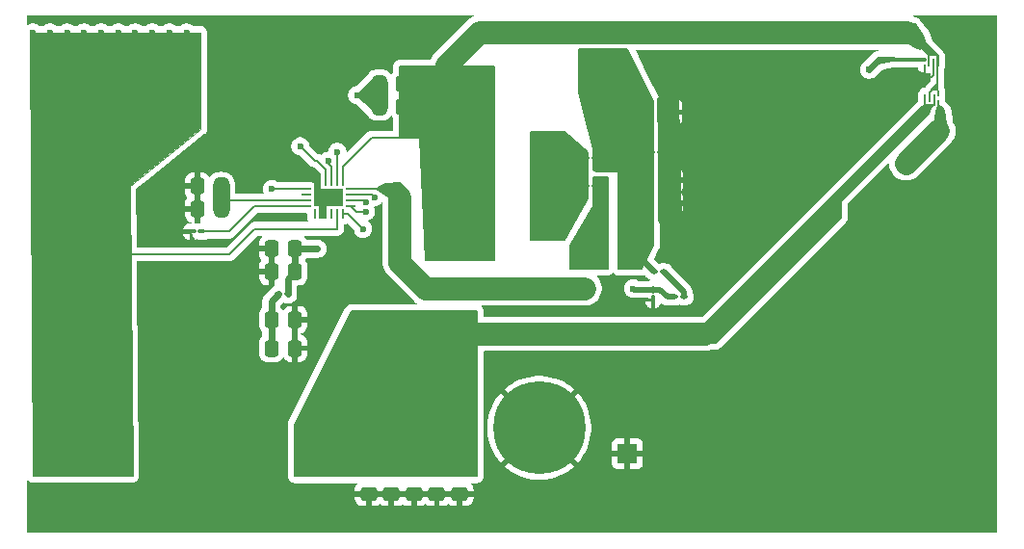
<source format=gbr>
%TF.GenerationSoftware,KiCad,Pcbnew,9.0.1*%
%TF.CreationDate,2025-11-16T17:19:11-08:00*%
%TF.ProjectId,GaN-LTC7800-Alternate,47614e2d-4c54-4433-9738-30302d416c74,rev?*%
%TF.SameCoordinates,Original*%
%TF.FileFunction,Copper,L1,Top*%
%TF.FilePolarity,Positive*%
%FSLAX46Y46*%
G04 Gerber Fmt 4.6, Leading zero omitted, Abs format (unit mm)*
G04 Created by KiCad (PCBNEW 9.0.1) date 2025-11-16 17:19:11*
%MOMM*%
%LPD*%
G01*
G04 APERTURE LIST*
G04 Aperture macros list*
%AMRoundRect*
0 Rectangle with rounded corners*
0 $1 Rounding radius*
0 $2 $3 $4 $5 $6 $7 $8 $9 X,Y pos of 4 corners*
0 Add a 4 corners polygon primitive as box body*
4,1,4,$2,$3,$4,$5,$6,$7,$8,$9,$2,$3,0*
0 Add four circle primitives for the rounded corners*
1,1,$1+$1,$2,$3*
1,1,$1+$1,$4,$5*
1,1,$1+$1,$6,$7*
1,1,$1+$1,$8,$9*
0 Add four rect primitives between the rounded corners*
20,1,$1+$1,$2,$3,$4,$5,0*
20,1,$1+$1,$4,$5,$6,$7,0*
20,1,$1+$1,$6,$7,$8,$9,0*
20,1,$1+$1,$8,$9,$2,$3,0*%
G04 Aperture macros list end*
%TA.AperFunction,Conductor*%
%ADD10C,0.200000*%
%TD*%
%TA.AperFunction,Conductor*%
%ADD11C,0.100000*%
%TD*%
%TA.AperFunction,SMDPad,CuDef*%
%ADD12RoundRect,0.250000X-0.337500X-0.475000X0.337500X-0.475000X0.337500X0.475000X-0.337500X0.475000X0*%
%TD*%
%TA.AperFunction,ComponentPad*%
%ADD13R,1.700000X1.700000*%
%TD*%
%TA.AperFunction,SMDPad,CuDef*%
%ADD14RoundRect,0.250000X0.337500X0.475000X-0.337500X0.475000X-0.337500X-0.475000X0.337500X-0.475000X0*%
%TD*%
%TA.AperFunction,SMDPad,CuDef*%
%ADD15RoundRect,0.100000X-0.217500X-0.100000X0.217500X-0.100000X0.217500X0.100000X-0.217500X0.100000X0*%
%TD*%
%TA.AperFunction,ComponentPad*%
%ADD16C,8.115000*%
%TD*%
%TA.AperFunction,SMDPad,CuDef*%
%ADD17R,0.270000X0.840000*%
%TD*%
%TA.AperFunction,SMDPad,CuDef*%
%ADD18R,0.840000X0.270000*%
%TD*%
%TA.AperFunction,SMDPad,CuDef*%
%ADD19R,2.650000X1.650000*%
%TD*%
%TA.AperFunction,SMDPad,CuDef*%
%ADD20O,0.180000X0.296000*%
%TD*%
%TA.AperFunction,SMDPad,CuDef*%
%ADD21O,0.180000X0.814000*%
%TD*%
%TA.AperFunction,SMDPad,CuDef*%
%ADD22RoundRect,0.100000X0.217500X0.100000X-0.217500X0.100000X-0.217500X-0.100000X0.217500X-0.100000X0*%
%TD*%
%TA.AperFunction,SMDPad,CuDef*%
%ADD23RoundRect,0.250000X-0.475000X0.337500X-0.475000X-0.337500X0.475000X-0.337500X0.475000X0.337500X0*%
%TD*%
%TA.AperFunction,SMDPad,CuDef*%
%ADD24RoundRect,0.250000X0.475000X-0.337500X0.475000X0.337500X-0.475000X0.337500X-0.475000X-0.337500X0*%
%TD*%
%TA.AperFunction,SMDPad,CuDef*%
%ADD25RoundRect,0.100000X-0.100000X0.217500X-0.100000X-0.217500X0.100000X-0.217500X0.100000X0.217500X0*%
%TD*%
%TA.AperFunction,SMDPad,CuDef*%
%ADD26R,2.380000X8.500000*%
%TD*%
%TA.AperFunction,ViaPad*%
%ADD27C,0.600000*%
%TD*%
%TA.AperFunction,Conductor*%
%ADD28C,1.500000*%
%TD*%
%TA.AperFunction,Conductor*%
%ADD29C,2.000000*%
%TD*%
%TA.AperFunction,Conductor*%
%ADD30C,0.500000*%
%TD*%
%TA.AperFunction,Conductor*%
%ADD31C,0.600000*%
%TD*%
%TA.AperFunction,Conductor*%
%ADD32C,1.000000*%
%TD*%
%TA.AperFunction,Conductor*%
%ADD33C,0.300000*%
%TD*%
G04 APERTURE END LIST*
D10*
%TO.N,/SW*%
X144750000Y-43500000D02*
X145000000Y-44250000D01*
X144500000Y-44750000D01*
X144000000Y-44500000D01*
X143250000Y-44000000D01*
X143250000Y-42500000D01*
X144000000Y-42500000D01*
X144750000Y-43500000D01*
%TA.AperFunction,Conductor*%
G36*
X144750000Y-43500000D02*
G01*
X145000000Y-44250000D01*
X144500000Y-44750000D01*
X144000000Y-44500000D01*
X143250000Y-44000000D01*
X143250000Y-42500000D01*
X144000000Y-42500000D01*
X144750000Y-43500000D01*
G37*
%TD.AperFunction*%
%TO.N,/Vout*%
X121000000Y-49250000D02*
X121000000Y-53500000D01*
X115750000Y-53500000D01*
X114500000Y-48500000D01*
X114500000Y-44750000D01*
X118750000Y-44750000D01*
X121000000Y-49250000D01*
%TA.AperFunction,Conductor*%
G36*
X121000000Y-49250000D02*
G01*
X121000000Y-53500000D01*
X115750000Y-53500000D01*
X114500000Y-48500000D01*
X114500000Y-44750000D01*
X118750000Y-44750000D01*
X121000000Y-49250000D01*
G37*
%TD.AperFunction*%
%TO.N,/BOOST*%
X96750000Y-47500000D02*
X96750000Y-50250000D01*
X96500000Y-50250000D01*
X95000000Y-48750000D01*
X96500000Y-47250000D01*
X96750000Y-47500000D01*
%TA.AperFunction,Conductor*%
G36*
X96750000Y-47500000D02*
G01*
X96750000Y-50250000D01*
X96500000Y-50250000D01*
X95000000Y-48750000D01*
X96500000Y-47250000D01*
X96750000Y-47500000D01*
G37*
%TD.AperFunction*%
%TO.N,/VIN*%
X145000000Y-50500000D02*
X144750000Y-50000000D01*
X145000000Y-49750000D01*
X145688096Y-49586213D01*
X145000000Y-50500000D01*
%TA.AperFunction,Conductor*%
G36*
X145000000Y-50500000D02*
G01*
X144750000Y-50000000D01*
X145000000Y-49750000D01*
X145688096Y-49586213D01*
X145000000Y-50500000D01*
G37*
%TD.AperFunction*%
%TO.N,/SW*%
X146000000Y-48250000D02*
X145500000Y-48250000D01*
X146000000Y-47750000D01*
X146000000Y-48250000D01*
%TA.AperFunction,Conductor*%
G36*
X146000000Y-48250000D02*
G01*
X145500000Y-48250000D01*
X146000000Y-47750000D01*
X146000000Y-48250000D01*
G37*
%TD.AperFunction*%
%TO.N,/VIN*%
X105500000Y-82250000D02*
X89500000Y-82250000D01*
X89500000Y-77750000D01*
X94500000Y-67750000D01*
X105500000Y-67750000D01*
X105500000Y-82250000D01*
%TA.AperFunction,Conductor*%
G36*
X105500000Y-82250000D02*
G01*
X89500000Y-82250000D01*
X89500000Y-77750000D01*
X94500000Y-67750000D01*
X105500000Y-67750000D01*
X105500000Y-82250000D01*
G37*
%TD.AperFunction*%
%TO.N,/SW*%
X107000000Y-63250000D02*
X101000000Y-63250000D01*
X100500000Y-52500000D01*
X98750000Y-52500000D01*
X98750000Y-46250000D01*
X107000000Y-46250000D01*
X107000000Y-63250000D01*
%TA.AperFunction,Conductor*%
G36*
X107000000Y-63250000D02*
G01*
X101000000Y-63250000D01*
X100500000Y-52500000D01*
X98750000Y-52500000D01*
X98750000Y-46250000D01*
X107000000Y-46250000D01*
X107000000Y-63250000D01*
G37*
%TD.AperFunction*%
%TO.N,GND*%
X123500000Y-60000000D02*
X124500000Y-60750000D01*
X127250000Y-60750000D01*
X127250000Y-65000000D01*
X124000000Y-65000000D01*
X121500000Y-59750000D01*
X121500000Y-53250000D01*
X121462500Y-49000000D01*
X123250000Y-49000000D01*
X123500000Y-60000000D01*
%TA.AperFunction,Conductor*%
G36*
X123500000Y-60000000D02*
G01*
X124500000Y-60750000D01*
X127250000Y-60750000D01*
X127250000Y-65000000D01*
X124000000Y-65000000D01*
X121500000Y-59750000D01*
X121500000Y-53250000D01*
X121462500Y-49000000D01*
X123250000Y-49000000D01*
X123500000Y-60000000D01*
G37*
%TD.AperFunction*%
%TO.N,Net-(L1-Pad2)*%
X115250000Y-53750000D02*
X115250000Y-57807547D01*
X113250000Y-61500000D01*
X110250000Y-61500000D01*
X110250000Y-52000000D01*
X113250000Y-52000000D01*
X115250000Y-53750000D01*
%TA.AperFunction,Conductor*%
G36*
X115250000Y-53750000D02*
G01*
X115250000Y-57807547D01*
X113250000Y-61500000D01*
X110250000Y-61500000D01*
X110250000Y-52000000D01*
X113250000Y-52000000D01*
X115250000Y-53750000D01*
G37*
%TD.AperFunction*%
%TO.N,/SENSE+*%
X117000000Y-64000000D02*
X113750000Y-64000000D01*
X113750000Y-62000000D01*
X115750000Y-58500000D01*
X115750000Y-56000000D01*
X117000000Y-56000000D01*
X117000000Y-64000000D01*
%TA.AperFunction,Conductor*%
G36*
X117000000Y-64000000D02*
G01*
X113750000Y-64000000D01*
X113750000Y-62000000D01*
X115750000Y-58500000D01*
X115750000Y-56000000D01*
X117000000Y-56000000D01*
X117000000Y-64000000D01*
G37*
%TD.AperFunction*%
%TO.N,/BG*%
X142000000Y-45750000D02*
X140750000Y-46000000D01*
X140750000Y-45500000D01*
X141000000Y-45500000D01*
X141250000Y-45500000D01*
X142250000Y-45500000D01*
X142000000Y-45750000D01*
%TA.AperFunction,Conductor*%
G36*
X142000000Y-45750000D02*
G01*
X140750000Y-46000000D01*
X140750000Y-45500000D01*
X141000000Y-45500000D01*
X141250000Y-45500000D01*
X142250000Y-45500000D01*
X142000000Y-45750000D01*
G37*
%TD.AperFunction*%
%TO.N,/TG*%
X146385570Y-49864430D02*
X146618403Y-50131597D01*
X146750000Y-51250000D01*
X145750000Y-51250000D01*
X145926198Y-50176198D01*
X146103555Y-49646445D01*
X146385570Y-49864430D01*
%TA.AperFunction,Conductor*%
G36*
X146385570Y-49864430D02*
G01*
X146618403Y-50131597D01*
X146750000Y-51250000D01*
X145750000Y-51250000D01*
X145926198Y-50176198D01*
X146103555Y-49646445D01*
X146385570Y-49864430D01*
G37*
%TD.AperFunction*%
%TO.N,/Vout*%
X121000000Y-62000000D02*
X120000000Y-64000000D01*
X118000000Y-64000000D01*
X118000000Y-55500000D01*
X116000000Y-55500000D01*
X115750000Y-55250000D01*
X115750000Y-53500000D01*
X121000000Y-53500000D01*
X121000000Y-62000000D01*
%TA.AperFunction,Conductor*%
G36*
X121000000Y-62000000D02*
G01*
X120000000Y-64000000D01*
X118000000Y-64000000D01*
X118000000Y-55500000D01*
X116000000Y-55500000D01*
X115750000Y-55250000D01*
X115750000Y-53500000D01*
X121000000Y-53500000D01*
X121000000Y-62000000D01*
G37*
%TD.AperFunction*%
%TO.N,/VIN*%
X137500000Y-59500000D02*
X126500000Y-70500000D01*
X125250000Y-70500000D01*
X125250000Y-70000000D01*
X137500000Y-57750000D01*
X137500000Y-59500000D01*
%TA.AperFunction,Conductor*%
G36*
X137500000Y-59500000D02*
G01*
X126500000Y-70500000D01*
X125250000Y-70500000D01*
X125250000Y-70000000D01*
X137500000Y-57750000D01*
X137500000Y-59500000D01*
G37*
%TD.AperFunction*%
%TO.N,/TG*%
X99432455Y-57130115D02*
X99250000Y-58250000D01*
X98250000Y-58000000D01*
X96750000Y-57000000D01*
X97500000Y-56537135D01*
X98750000Y-56500000D01*
X99432455Y-57130115D01*
%TA.AperFunction,Conductor*%
G36*
X99432455Y-57130115D02*
G01*
X99250000Y-58250000D01*
X98250000Y-58000000D01*
X96750000Y-57000000D01*
X97500000Y-56537135D01*
X98750000Y-56500000D01*
X99432455Y-57130115D01*
G37*
%TD.AperFunction*%
D11*
%TO.N,/Vout*%
X81250000Y-51750000D02*
X75000000Y-56750000D01*
X75250000Y-82000000D01*
X75250000Y-82250000D01*
X66500000Y-82250000D01*
X66250000Y-43250000D01*
X81250000Y-43250000D01*
X81250000Y-51750000D01*
%TA.AperFunction,Conductor*%
G36*
X81250000Y-51750000D02*
G01*
X75000000Y-56750000D01*
X75250000Y-82000000D01*
X75250000Y-82250000D01*
X66500000Y-82250000D01*
X66250000Y-43250000D01*
X81250000Y-43250000D01*
X81250000Y-51750000D01*
G37*
%TD.AperFunction*%
D10*
%TO.N,GND*%
X91750000Y-57250000D02*
X91250000Y-57250000D01*
X91250000Y-56000000D01*
X91750000Y-56000000D01*
X91750000Y-57250000D01*
%TA.AperFunction,Conductor*%
G36*
X91750000Y-57250000D02*
G01*
X91250000Y-57250000D01*
X91250000Y-56000000D01*
X91750000Y-56000000D01*
X91750000Y-57250000D01*
G37*
%TD.AperFunction*%
%TO.N,/SW*%
X146000000Y-45250000D02*
X145250000Y-45250000D01*
X143250000Y-43250000D01*
X143250000Y-43000000D01*
X143750000Y-43000000D01*
X146000000Y-45250000D01*
%TA.AperFunction,Conductor*%
G36*
X146000000Y-45250000D02*
G01*
X145250000Y-45250000D01*
X143250000Y-43250000D01*
X143250000Y-43000000D01*
X143750000Y-43000000D01*
X146000000Y-45250000D01*
G37*
%TD.AperFunction*%
%TO.N,GND*%
X92250000Y-59500000D02*
X91750000Y-59500000D01*
X91750000Y-58500000D01*
X92250000Y-58500000D01*
X92250000Y-59500000D01*
%TA.AperFunction,Conductor*%
G36*
X92250000Y-59500000D02*
G01*
X91750000Y-59500000D01*
X91750000Y-58500000D01*
X92250000Y-58500000D01*
X92250000Y-59500000D01*
G37*
%TD.AperFunction*%
X91000000Y-55500000D02*
X91500000Y-55500000D01*
X91750000Y-55750000D01*
X91750000Y-56500000D01*
X91250000Y-56500000D01*
X90500000Y-56000000D01*
X89500000Y-56000000D01*
X89250000Y-55750000D01*
X89250000Y-55250000D01*
X89500000Y-55000000D01*
X90500000Y-55000000D01*
X91000000Y-55500000D01*
%TA.AperFunction,Conductor*%
G36*
X91000000Y-55500000D02*
G01*
X91500000Y-55500000D01*
X91750000Y-55750000D01*
X91750000Y-56500000D01*
X91250000Y-56500000D01*
X90500000Y-56000000D01*
X89500000Y-56000000D01*
X89250000Y-55750000D01*
X89250000Y-55250000D01*
X89500000Y-55000000D01*
X90500000Y-55000000D01*
X91000000Y-55500000D01*
G37*
%TD.AperFunction*%
%TD*%
D12*
%TO.P,C1_EX1,1*%
%TO.N,GND*%
X80962500Y-56750000D03*
%TO.P,C1_EX1,2*%
%TO.N,Net-(U1-TRACK{slash}SS)*%
X83037500Y-56750000D03*
%TD*%
D13*
%TO.P,VOUT1,1,Pin_1*%
%TO.N,/Vout*%
X116500000Y-46750000D03*
%TD*%
D14*
%TO.P,COUT_EX2,1*%
%TO.N,GND*%
X122537500Y-58250000D03*
%TO.P,COUT_EX2,2*%
%TO.N,/Vout*%
X120462500Y-58250000D03*
%TD*%
D15*
%TO.P,R2,1*%
%TO.N,GND*%
X80500000Y-60750000D03*
%TO.P,R2,2*%
%TO.N,Net-(U1-FREQ)*%
X81315000Y-60750000D03*
%TD*%
D16*
%TO.P,VSource_GND1,1,1*%
%TO.N,GND*%
X111000000Y-78000000D03*
%TD*%
D14*
%TO.P,COUT_EX1,1*%
%TO.N,GND*%
X122537500Y-56250000D03*
%TO.P,COUT_EX1,2*%
%TO.N,/Vout*%
X120462500Y-56250000D03*
%TD*%
D12*
%TO.P,C6,1*%
%TO.N,GND*%
X87462500Y-62250000D03*
%TO.P,C6,2*%
%TO.N,/ITH*%
X89537500Y-62250000D03*
%TD*%
D16*
%TO.P,VSource_IN1,1,1*%
%TO.N,/VIN*%
X100000000Y-74250000D03*
%TD*%
D17*
%TO.P,U1,1,PLLIN/MODE*%
%TO.N,unconnected-(U1-PLLIN{slash}MODE-Pad1)*%
X91250000Y-59195000D03*
%TO.P,U1,2,SGND*%
%TO.N,GND*%
X91750000Y-59195000D03*
%TO.P,U1,3,SGND*%
X92250000Y-59195000D03*
%TO.P,U1,4,RUN*%
%TO.N,unconnected-(U1-RUN-Pad4)*%
X92750000Y-59195000D03*
%TO.P,U1,5,SENSE-*%
%TO.N,/Vout*%
X93250000Y-59195000D03*
%TO.P,U1,6,SENSE+*%
%TO.N,/SENSE+*%
X93750000Y-59195000D03*
D18*
%TO.P,U1,7,VFB*%
%TO.N,/VFB*%
X94445000Y-58500000D03*
%TO.P,U1,8,ITH*%
%TO.N,/ITH*%
X94445000Y-58000000D03*
%TO.P,U1,9,PGOOD*%
%TO.N,Net-(U1-PGOOD)*%
X94445000Y-57500000D03*
%TO.P,U1,10,TG*%
%TO.N,/TG*%
X94445000Y-57000000D03*
D17*
%TO.P,U1,11,SW*%
%TO.N,/SW*%
X93750000Y-56305000D03*
%TO.P,U1,12,BOOST*%
%TO.N,/BOOST*%
X93250000Y-56305000D03*
%TO.P,U1,13,BG*%
%TO.N,/BG*%
X92750000Y-56305000D03*
%TO.P,U1,14,INTVCC*%
%TO.N,/INTVCC*%
X92250000Y-56305000D03*
%TO.P,U1,15,EXTVCC*%
%TO.N,GND*%
X91750000Y-56305000D03*
%TO.P,U1,16,PGND*%
X91250000Y-56305000D03*
D18*
%TO.P,U1,17,VIN*%
%TO.N,/VIN*%
X90555000Y-57000000D03*
%TO.P,U1,18,ILIM*%
%TO.N,unconnected-(U1-ILIM-Pad18)*%
X90555000Y-57500000D03*
%TO.P,U1,19,TRACK/SS*%
%TO.N,Net-(U1-TRACK{slash}SS)*%
X90555000Y-58000000D03*
%TO.P,U1,20,FREQ*%
%TO.N,Net-(U1-FREQ)*%
X90555000Y-58500000D03*
D19*
%TO.P,U1,21,SGND*%
%TO.N,GND*%
X92500000Y-57750000D03*
%TD*%
D15*
%TO.P,R4,1*%
%TO.N,Net-(L1-Pad2)*%
X115092500Y-56750000D03*
%TO.P,R4,2*%
%TO.N,/SENSE+*%
X115907500Y-56750000D03*
%TD*%
D12*
%TO.P,CSENSE1,1*%
%TO.N,/SENSE+*%
X116462500Y-60750000D03*
%TO.P,CSENSE1,2*%
%TO.N,/Vout*%
X118537500Y-60750000D03*
%TD*%
D13*
%TO.P,TP_VIN2,1,Pin_1*%
%TO.N,GND*%
X118750000Y-80250000D03*
%TD*%
D20*
%TO.P,Q2,1*%
%TO.N,/BG*%
X144850500Y-45648500D03*
%TO.P,Q2,2*%
%TO.N,GND*%
X144850500Y-46166500D03*
D21*
%TO.P,Q2,3*%
%TO.N,/SW*%
X145250500Y-45907500D03*
%TO.P,Q2,4*%
%TO.N,GND*%
X145650500Y-45907500D03*
%TO.P,Q2,5*%
%TO.N,/SW*%
X146050500Y-45907500D03*
%TD*%
D14*
%TO.P,CSENSE_EX1,1*%
%TO.N,/Vout*%
X118537500Y-62750000D03*
%TO.P,CSENSE_EX1,2*%
%TO.N,/SENSE+*%
X116462500Y-62750000D03*
%TD*%
%TO.P,C5,1*%
%TO.N,GND*%
X89537500Y-71000000D03*
%TO.P,C5,2*%
%TO.N,Net-(C5-Pad2)*%
X87462500Y-71000000D03*
%TD*%
D12*
%TO.P,C1,1*%
%TO.N,GND*%
X80962500Y-58750000D03*
%TO.P,C1,2*%
%TO.N,Net-(U1-TRACK{slash}SS)*%
X83037500Y-58750000D03*
%TD*%
%TO.P,C3,1*%
%TO.N,/BOOST*%
X96962500Y-49750000D03*
%TO.P,C3,2*%
%TO.N,/SW*%
X99037500Y-49750000D03*
%TD*%
D22*
%TO.P,R7,1*%
%TO.N,Net-(R6-Pad2)*%
X123725000Y-66500000D03*
%TO.P,R7,2*%
%TO.N,/VFB*%
X122910000Y-66500000D03*
%TD*%
D12*
%TO.P,COUT1,1*%
%TO.N,/Vout*%
X120425000Y-50250000D03*
%TO.P,COUT1,2*%
%TO.N,GND*%
X122500000Y-50250000D03*
%TD*%
D22*
%TO.P,R9,1*%
%TO.N,/ITH*%
X88907500Y-66250000D03*
%TO.P,R9,2*%
%TO.N,Net-(C5-Pad2)*%
X88092500Y-66250000D03*
%TD*%
D23*
%TO.P,CinB1_EX1,1*%
%TO.N,/VIN*%
X96000000Y-81712500D03*
%TO.P,CinB1_EX1,2*%
%TO.N,GND*%
X96000000Y-83787500D03*
%TD*%
D14*
%TO.P,C3_EX1,1*%
%TO.N,/SW*%
X99037500Y-47750000D03*
%TO.P,C3_EX1,2*%
%TO.N,/BOOST*%
X96962500Y-47750000D03*
%TD*%
D13*
%TO.P,TP_VIN1,1,Pin_1*%
%TO.N,/VIN*%
X92500000Y-80250000D03*
%TD*%
D14*
%TO.P,C5_EX1,1*%
%TO.N,GND*%
X89537500Y-68500000D03*
%TO.P,C5_EX1,2*%
%TO.N,Net-(C5-Pad2)*%
X87462500Y-68500000D03*
%TD*%
D15*
%TO.P,RSENSE1,1*%
%TO.N,Net-(L1-Pad2)*%
X115092500Y-54250000D03*
%TO.P,RSENSE1,2*%
%TO.N,/Vout*%
X115907500Y-54250000D03*
%TD*%
D13*
%TO.P,GND1,1,Pin_1*%
%TO.N,GND*%
X126000000Y-62750000D03*
%TD*%
D23*
%TO.P,CinA1,1*%
%TO.N,/VIN*%
X102000000Y-81712500D03*
%TO.P,CinA1,2*%
%TO.N,GND*%
X102000000Y-83787500D03*
%TD*%
%TO.P,CinB1,1*%
%TO.N,/VIN*%
X104000000Y-81712500D03*
%TO.P,CinB1,2*%
%TO.N,GND*%
X104000000Y-83787500D03*
%TD*%
D15*
%TO.P,RLOAD1,1*%
%TO.N,/Vout*%
X120842500Y-53750000D03*
%TO.P,RLOAD1,2*%
%TO.N,GND*%
X121657500Y-53750000D03*
%TD*%
D12*
%TO.P,C6_EX1,1*%
%TO.N,GND*%
X87462500Y-64250000D03*
%TO.P,C6_EX1,2*%
%TO.N,/ITH*%
X89537500Y-64250000D03*
%TD*%
D24*
%TO.P,CinA1_EX1,1*%
%TO.N,GND*%
X98000000Y-83787500D03*
%TO.P,CinA1_EX1,2*%
%TO.N,/VIN*%
X98000000Y-81712500D03*
%TD*%
D25*
%TO.P,R5,1*%
%TO.N,/VFB*%
X121000000Y-65842500D03*
%TO.P,R5,2*%
%TO.N,GND*%
X121000000Y-66657500D03*
%TD*%
D26*
%TO.P,L1,1*%
%TO.N,/SW*%
X105175000Y-56750000D03*
%TO.P,L1,2*%
%TO.N,Net-(L1-Pad2)*%
X111825000Y-56750000D03*
%TD*%
D20*
%TO.P,Q1,1*%
%TO.N,/TG*%
X146100000Y-49259000D03*
%TO.P,Q1,2*%
%TO.N,/SW*%
X146100000Y-48741000D03*
D21*
%TO.P,Q1,3*%
%TO.N,/VIN*%
X145700000Y-49000000D03*
%TO.P,Q1,4*%
%TO.N,/SW*%
X145300000Y-49000000D03*
%TO.P,Q1,5*%
%TO.N,/VIN*%
X144900000Y-49000000D03*
%TD*%
D23*
%TO.P,CinA2,1*%
%TO.N,/VIN*%
X100000000Y-81712500D03*
%TO.P,CinA2,2*%
%TO.N,GND*%
X100000000Y-83787500D03*
%TD*%
D15*
%TO.P,R6,1*%
%TO.N,/Vout*%
X121092500Y-64250000D03*
%TO.P,R6,2*%
%TO.N,Net-(R6-Pad2)*%
X121907500Y-64250000D03*
%TD*%
D27*
%TO.N,GND*%
X77000000Y-66000000D03*
X77000000Y-69750000D03*
X128000000Y-48750000D03*
X80750000Y-68500000D03*
X79500000Y-71000000D03*
X80750000Y-72250000D03*
X79500000Y-72250000D03*
X83250000Y-71000000D03*
X79750000Y-54750000D03*
X77000000Y-67250000D03*
X83250000Y-69750000D03*
X126750000Y-48750000D03*
X80750000Y-66000000D03*
X77500000Y-58000000D03*
X83250000Y-72250000D03*
X83250000Y-66000000D03*
X79500000Y-68500000D03*
X126750000Y-47500000D03*
X79500000Y-69750000D03*
X83250000Y-67250000D03*
X76500000Y-61000000D03*
X78250000Y-66000000D03*
X77000000Y-68500000D03*
X80750000Y-67250000D03*
X129250000Y-50000000D03*
X82750000Y-54750000D03*
X78250000Y-67250000D03*
X83250000Y-68500000D03*
X79500000Y-66000000D03*
X83750000Y-54750000D03*
X78250000Y-72250000D03*
X82000000Y-68500000D03*
X129250000Y-47500000D03*
X82000000Y-72250000D03*
X129250000Y-48750000D03*
X80750000Y-69750000D03*
X80750000Y-71000000D03*
X78250000Y-71000000D03*
X77000000Y-71000000D03*
X78250000Y-68500000D03*
X128000000Y-50000000D03*
X78250000Y-69750000D03*
X80750000Y-54750000D03*
X76500000Y-58000000D03*
X81750000Y-54750000D03*
X77000000Y-72250000D03*
X76500000Y-60000000D03*
X126750000Y-50000000D03*
X82000000Y-69750000D03*
X82000000Y-66000000D03*
X79500000Y-67250000D03*
X82000000Y-67250000D03*
X128000000Y-47500000D03*
X82000000Y-71000000D03*
X77500000Y-61000000D03*
X76500000Y-59000000D03*
X77500000Y-60000000D03*
X77500000Y-59000000D03*
%TO.N,/INTVCC*%
X90000000Y-53250000D03*
%TO.N,/BOOST*%
X95000000Y-48750000D03*
X93250000Y-53750000D03*
%TO.N,/ITH*%
X91500000Y-62250000D03*
X95750000Y-58199997D03*
%TO.N,/VIN*%
X93500000Y-73000000D03*
X87500000Y-57000000D03*
%TO.N,/Vout*%
X68750000Y-47500000D03*
X67250000Y-45750000D03*
X66500000Y-44750000D03*
X76250000Y-47500000D03*
X73250000Y-45750000D03*
X67250000Y-47500000D03*
X80000000Y-48250000D03*
X77750000Y-47500000D03*
X75500000Y-46500000D03*
X75500000Y-44750000D03*
X74000000Y-43250000D03*
X80750000Y-47500000D03*
X77750000Y-44000000D03*
X74000000Y-49750000D03*
X80750000Y-49000000D03*
X68000000Y-44750000D03*
X75500000Y-43250000D03*
X71000000Y-43250000D03*
X68000000Y-49750000D03*
X68750000Y-49000000D03*
X70250000Y-49000000D03*
X71000000Y-46500000D03*
X68000000Y-48250000D03*
X80750000Y-44000000D03*
X72500000Y-48250000D03*
X68000000Y-43250000D03*
X80750000Y-45750000D03*
X71750000Y-45750000D03*
X75500000Y-49750000D03*
X78500000Y-49750000D03*
X67250000Y-49000000D03*
X68750000Y-44000000D03*
X77750000Y-45750000D03*
X79250000Y-47500000D03*
X78500000Y-44750000D03*
X68750000Y-45750000D03*
X70250000Y-45750000D03*
X69500000Y-48250000D03*
X73250000Y-49000000D03*
X77000000Y-46500000D03*
X74000000Y-46500000D03*
X80000000Y-44750000D03*
X71750000Y-47500000D03*
X73250000Y-44000000D03*
X71000000Y-48250000D03*
X78500000Y-43250000D03*
X72500000Y-43250000D03*
X67250000Y-44000000D03*
X69500000Y-46500000D03*
X78500000Y-48250000D03*
X71000000Y-49750000D03*
X70250000Y-44000000D03*
X68000000Y-46500000D03*
X79250000Y-49000000D03*
X77000000Y-48250000D03*
X71750000Y-44000000D03*
X66500000Y-49750000D03*
X71750000Y-49000000D03*
X76250000Y-44000000D03*
X74750000Y-47500000D03*
X72500000Y-46500000D03*
X77000000Y-49750000D03*
X66500000Y-46500000D03*
X73250000Y-47500000D03*
X69500000Y-44750000D03*
X70250000Y-47500000D03*
X75500000Y-48250000D03*
X74750000Y-44000000D03*
X72500000Y-49750000D03*
X80000000Y-49750000D03*
X80000000Y-46500000D03*
X66500000Y-43250000D03*
X66500000Y-48250000D03*
X69500000Y-43250000D03*
X77750000Y-49000000D03*
X69500000Y-49750000D03*
X74000000Y-48250000D03*
X76250000Y-45750000D03*
X71000000Y-44750000D03*
X72500000Y-44750000D03*
X76250000Y-49000000D03*
X77000000Y-44750000D03*
X80000000Y-43250000D03*
X79250000Y-45750000D03*
X78500000Y-46500000D03*
X74750000Y-45750000D03*
X74000000Y-44750000D03*
X74750000Y-49000000D03*
X77000000Y-43250000D03*
X79250000Y-44000000D03*
%TO.N,/SENSE+*%
X114250000Y-62500000D03*
X95500000Y-60500000D03*
%TO.N,/TG*%
X143250000Y-54750000D03*
X115000000Y-65750000D03*
%TO.N,/BG*%
X92500000Y-54500000D03*
X140000000Y-46500000D03*
%TO.N,Net-(U1-PGOOD)*%
X96500000Y-57750000D03*
%TO.N,/VFB*%
X95750000Y-59000000D03*
X119250000Y-65750000D03*
%TD*%
D28*
%TO.N,Net-(U1-TRACK{slash}SS)*%
X83037500Y-56750000D02*
X83037500Y-58750000D01*
D10*
X90555000Y-58000000D02*
X83787500Y-58000000D01*
X83787500Y-58000000D02*
X83037500Y-58750000D01*
%TO.N,GND*%
X145650500Y-47007500D02*
X145650500Y-45907500D01*
X145500500Y-47157500D02*
X145650500Y-47007500D01*
X126000000Y-65000000D02*
X126000000Y-62750000D01*
X145000500Y-47157500D02*
X145500500Y-47157500D01*
X144850500Y-47007500D02*
X145000500Y-47157500D01*
X144850500Y-46166500D02*
X144850500Y-47007500D01*
%TO.N,/INTVCC*%
X92250000Y-55250000D02*
X92250000Y-56305000D01*
X91500000Y-54500000D02*
X92250000Y-55250000D01*
X91250000Y-54500000D02*
X91500000Y-54500000D01*
X90000000Y-53250000D02*
X91250000Y-54500000D01*
%TO.N,/SW*%
X93750000Y-56305000D02*
X93750000Y-55000000D01*
X145949500Y-45199500D02*
X146001500Y-45251500D01*
X145999000Y-48292000D02*
X145784000Y-48292000D01*
X145250500Y-45300500D02*
X145351500Y-45199500D01*
X146001500Y-48289500D02*
X145999000Y-48292000D01*
X146050500Y-45300500D02*
X146050500Y-45907500D01*
X145949500Y-45199500D02*
X146050500Y-45300500D01*
X146100000Y-48393000D02*
X145999000Y-48292000D01*
X145538042Y-48292000D02*
X145300000Y-48530042D01*
X96250000Y-52500000D02*
X100250000Y-52500000D01*
X146001500Y-45251500D02*
X146001500Y-48289500D01*
X145250500Y-45907500D02*
X145250500Y-45300500D01*
X93750000Y-55000000D02*
X96250000Y-52500000D01*
X145351500Y-45199500D02*
X145949500Y-45199500D01*
X143402000Y-43250000D02*
X145351500Y-45199500D01*
X145300000Y-48530042D02*
X145300000Y-49000000D01*
D29*
X102875000Y-46125000D02*
X105750000Y-43250000D01*
X102875000Y-54750000D02*
X102875000Y-46125000D01*
X105750000Y-43250000D02*
X143402000Y-43250000D01*
D10*
X145784000Y-48292000D02*
X145538042Y-48292000D01*
X146100000Y-48741000D02*
X146100000Y-48393000D01*
D28*
%TO.N,/BOOST*%
X96962500Y-48750000D02*
X96962500Y-49750000D01*
X96962500Y-47750000D02*
X96962500Y-48750000D01*
D10*
X93250000Y-53750000D02*
X93250000Y-56305000D01*
D30*
X95000000Y-48750000D02*
X96962500Y-48750000D01*
D31*
%TO.N,Net-(C5-Pad2)*%
X87462500Y-71000000D02*
X87462500Y-68500000D01*
X87462500Y-68500000D02*
X87462500Y-66876500D01*
X87462500Y-66876500D02*
X88089000Y-66250000D01*
%TO.N,/ITH*%
X91500000Y-62250000D02*
X89537500Y-62250000D01*
X89537500Y-64250000D02*
X89537500Y-62250000D01*
X88911000Y-64914000D02*
X88911000Y-66250000D01*
X89537500Y-64287500D02*
X88911000Y-64914000D01*
D10*
X94445000Y-58000000D02*
X95550003Y-58000000D01*
D31*
X89537500Y-64250000D02*
X89537500Y-64287500D01*
D10*
X95550003Y-58000000D02*
X95750000Y-58199997D01*
%TO.N,/VIN*%
X144900000Y-49600000D02*
X144900000Y-49000000D01*
X145642000Y-49658000D02*
X145700000Y-49600000D01*
X144958000Y-49658000D02*
X145642000Y-49658000D01*
X145700000Y-49000000D02*
X145700000Y-49600000D01*
X99300000Y-73200000D02*
X102750000Y-69750000D01*
X144900000Y-49600000D02*
X144958000Y-49658000D01*
D32*
X144875000Y-50125000D02*
X125550000Y-69450000D01*
D10*
X145125000Y-50125000D02*
X144875000Y-50125000D01*
D29*
X102750000Y-69750000D02*
X125550000Y-69750000D01*
D10*
X90555000Y-57000000D02*
X87500000Y-57000000D01*
X125550000Y-69450000D02*
X125550000Y-69750000D01*
%TO.N,/Vout*%
X83750000Y-62750000D02*
X70625000Y-62750000D01*
X118375000Y-61532500D02*
X118375000Y-58750000D01*
X93250000Y-59195000D02*
X93250000Y-60500000D01*
X86000000Y-60500000D02*
X83750000Y-62750000D01*
X93250000Y-60500000D02*
X86000000Y-60500000D01*
D30*
X121092500Y-64250000D02*
X118375000Y-61532500D01*
D10*
%TO.N,/SENSE+*%
X94195000Y-59195000D02*
X95500000Y-60500000D01*
X93750000Y-59195000D02*
X94195000Y-59195000D01*
D29*
%TO.N,/TG*%
X98750000Y-57750000D02*
X98750000Y-63500000D01*
D10*
X146100000Y-49259000D02*
X146100000Y-51900000D01*
D29*
X101000000Y-65750000D02*
X115000000Y-65750000D01*
D10*
X94445000Y-57000000D02*
X98000000Y-57000000D01*
D29*
X146100000Y-51900000D02*
X143250000Y-54750000D01*
X98750000Y-63500000D02*
X101000000Y-65750000D01*
D32*
X98000000Y-57000000D02*
X98750000Y-57750000D01*
D10*
%TO.N,/BG*%
X92750000Y-55000000D02*
X92750000Y-56305000D01*
D31*
X140000000Y-46500000D02*
X140851500Y-45648500D01*
D10*
X92500000Y-54750000D02*
X92750000Y-55000000D01*
D33*
X140851500Y-45648500D02*
X144850500Y-45648500D01*
D10*
X92500000Y-54500000D02*
X92500000Y-54750000D01*
%TO.N,Net-(U1-PGOOD)*%
X96250000Y-57500000D02*
X96500000Y-57750000D01*
X94445000Y-57500000D02*
X96250000Y-57500000D01*
%TO.N,Net-(U1-FREQ)*%
X86000000Y-58500000D02*
X83750000Y-60750000D01*
X90555000Y-58500000D02*
X86000000Y-58500000D01*
X83750000Y-60750000D02*
X81315000Y-60750000D01*
D30*
%TO.N,/VFB*%
X121112630Y-65842500D02*
X121592500Y-65842500D01*
X121000000Y-65842500D02*
X119342500Y-65842500D01*
D10*
X119342500Y-65842500D02*
X119250000Y-65750000D01*
X94945000Y-59000000D02*
X95750000Y-59000000D01*
X94445000Y-58500000D02*
X94945000Y-59000000D01*
X121000000Y-65842500D02*
X121112630Y-65842500D01*
D30*
X122250000Y-66500000D02*
X122910000Y-66500000D01*
D10*
X120907500Y-65750000D02*
X121000000Y-65842500D01*
D30*
X121592500Y-65842500D02*
X122250000Y-66500000D01*
%TO.N,Net-(R6-Pad2)*%
X121907500Y-64250000D02*
X123725000Y-66067500D01*
X123725000Y-66067500D02*
X123725000Y-66500000D01*
%TD*%
%TA.AperFunction,Conductor*%
%TO.N,GND*%
G36*
X151235148Y-41764852D02*
G01*
X151249500Y-41799500D01*
X151249500Y-87200500D01*
X151235148Y-87235148D01*
X151200500Y-87249500D01*
X66049500Y-87249500D01*
X66014852Y-87235148D01*
X66000500Y-87200500D01*
X66000500Y-84174980D01*
X94775001Y-84174980D01*
X94785493Y-84277693D01*
X94840642Y-84444122D01*
X94932682Y-84593343D01*
X95056656Y-84717317D01*
X95205877Y-84809357D01*
X95372306Y-84864506D01*
X95475018Y-84874999D01*
X95749999Y-84874999D01*
X96250000Y-84874999D01*
X96524980Y-84874999D01*
X96627693Y-84864506D01*
X96794122Y-84809357D01*
X96943343Y-84717317D01*
X96965352Y-84695309D01*
X97000000Y-84680957D01*
X97034648Y-84695309D01*
X97056656Y-84717317D01*
X97205877Y-84809357D01*
X97372306Y-84864506D01*
X97475018Y-84874999D01*
X97749999Y-84874999D01*
X98250000Y-84874999D01*
X98524980Y-84874999D01*
X98627693Y-84864506D01*
X98794122Y-84809357D01*
X98943343Y-84717317D01*
X98965352Y-84695309D01*
X99000000Y-84680957D01*
X99034648Y-84695309D01*
X99056656Y-84717317D01*
X99205877Y-84809357D01*
X99372306Y-84864506D01*
X99475018Y-84874999D01*
X99749999Y-84874999D01*
X100250000Y-84874999D01*
X100524980Y-84874999D01*
X100627693Y-84864506D01*
X100794122Y-84809357D01*
X100943343Y-84717317D01*
X100965352Y-84695309D01*
X101000000Y-84680957D01*
X101034648Y-84695309D01*
X101056656Y-84717317D01*
X101205877Y-84809357D01*
X101372306Y-84864506D01*
X101475018Y-84874999D01*
X101749999Y-84874999D01*
X102250000Y-84874999D01*
X102524980Y-84874999D01*
X102627693Y-84864506D01*
X102794122Y-84809357D01*
X102943343Y-84717317D01*
X102965352Y-84695309D01*
X103000000Y-84680957D01*
X103034648Y-84695309D01*
X103056656Y-84717317D01*
X103205877Y-84809357D01*
X103372306Y-84864506D01*
X103475018Y-84874999D01*
X103749999Y-84874999D01*
X104250000Y-84874999D01*
X104524980Y-84874999D01*
X104627693Y-84864506D01*
X104794122Y-84809357D01*
X104943343Y-84717317D01*
X105067317Y-84593343D01*
X105159357Y-84444122D01*
X105214506Y-84277693D01*
X105225000Y-84174981D01*
X105225000Y-84037500D01*
X104250000Y-84037500D01*
X104250000Y-84874999D01*
X103749999Y-84874999D01*
X103750000Y-84874998D01*
X103750000Y-84037500D01*
X102250000Y-84037500D01*
X102250000Y-84874999D01*
X101749999Y-84874999D01*
X101750000Y-84874998D01*
X101750000Y-84037500D01*
X100250000Y-84037500D01*
X100250000Y-84874999D01*
X99749999Y-84874999D01*
X99750000Y-84874998D01*
X99750000Y-84037500D01*
X98250000Y-84037500D01*
X98250000Y-84874999D01*
X97749999Y-84874999D01*
X97750000Y-84874998D01*
X97750000Y-84037500D01*
X96250000Y-84037500D01*
X96250000Y-84874999D01*
X95749999Y-84874999D01*
X95750000Y-84874998D01*
X95750000Y-84037500D01*
X94775001Y-84037500D01*
X94775001Y-84174980D01*
X66000500Y-84174980D01*
X66000500Y-82651056D01*
X66014852Y-82616408D01*
X66049500Y-82602056D01*
X66084148Y-82616408D01*
X66089532Y-82622799D01*
X66094018Y-82629154D01*
X66094023Y-82629160D01*
X66126988Y-82655979D01*
X66211371Y-82724630D01*
X66350128Y-82784901D01*
X66479400Y-82802668D01*
X66499999Y-82805500D01*
X66500000Y-82805500D01*
X75249996Y-82805500D01*
X75250000Y-82805500D01*
X75363020Y-82793881D01*
X75505566Y-82743220D01*
X75629158Y-82655979D01*
X75724630Y-82538629D01*
X75784901Y-82399872D01*
X75805500Y-82250000D01*
X75805500Y-82000000D01*
X75805500Y-81999880D01*
X75805474Y-81994622D01*
X75801756Y-81619154D01*
X75634982Y-64774980D01*
X86375001Y-64774980D01*
X86385493Y-64877693D01*
X86440642Y-65044122D01*
X86532682Y-65193343D01*
X86656656Y-65317317D01*
X86805877Y-65409357D01*
X86972306Y-65464506D01*
X87075018Y-65474999D01*
X87212499Y-65474999D01*
X87212500Y-65474998D01*
X87212500Y-64500000D01*
X86375001Y-64500000D01*
X86375001Y-64774980D01*
X75634982Y-64774980D01*
X75628299Y-64100000D01*
X75624587Y-63725018D01*
X86375000Y-63725018D01*
X86375000Y-64000000D01*
X87212500Y-64000000D01*
X87212500Y-62500000D01*
X86375001Y-62500000D01*
X86375001Y-62774980D01*
X86385493Y-62877693D01*
X86440642Y-63044122D01*
X86532682Y-63193343D01*
X86554691Y-63215352D01*
X86569043Y-63250000D01*
X86554691Y-63284648D01*
X86532682Y-63306656D01*
X86440642Y-63455877D01*
X86385493Y-63622306D01*
X86375000Y-63725018D01*
X75624587Y-63725018D01*
X75624579Y-63724259D01*
X75621368Y-63399985D01*
X75635376Y-63365197D01*
X75669881Y-63350502D01*
X75670366Y-63350500D01*
X83667930Y-63350500D01*
X83667946Y-63350501D01*
X83670943Y-63350501D01*
X83829059Y-63350501D01*
X83905421Y-63330039D01*
X83981785Y-63309577D01*
X83986845Y-63306656D01*
X84041660Y-63275008D01*
X84118716Y-63230520D01*
X84230520Y-63118716D01*
X84230520Y-63118714D01*
X84234549Y-63114686D01*
X84234552Y-63114681D01*
X86234384Y-61114852D01*
X86269032Y-61100500D01*
X86620543Y-61100500D01*
X86655191Y-61114852D01*
X86669543Y-61149500D01*
X86655191Y-61184148D01*
X86532682Y-61306656D01*
X86440642Y-61455877D01*
X86385493Y-61622306D01*
X86375000Y-61725018D01*
X86375000Y-62000000D01*
X87413500Y-62000000D01*
X87448148Y-62014352D01*
X87462500Y-62049000D01*
X87462500Y-62250000D01*
X87663500Y-62250000D01*
X87698148Y-62264352D01*
X87712500Y-62299000D01*
X87712500Y-65480604D01*
X87722888Y-65505683D01*
X87708536Y-65540331D01*
X87701111Y-65546425D01*
X87604225Y-65611161D01*
X87595756Y-65615688D01*
X87572162Y-65625462D01*
X87572154Y-65625467D01*
X87446718Y-65721717D01*
X87446717Y-65721718D01*
X87350467Y-65847153D01*
X87350464Y-65847159D01*
X87347616Y-65854033D01*
X87336996Y-65869924D01*
X86952211Y-66254711D01*
X86840710Y-66366211D01*
X86753104Y-66497324D01*
X86692763Y-66643001D01*
X86692760Y-66643012D01*
X86662000Y-66797652D01*
X86662000Y-67406335D01*
X86647648Y-67440983D01*
X86532287Y-67556344D01*
X86440186Y-67705665D01*
X86385000Y-67872205D01*
X86374500Y-67974988D01*
X86374500Y-69025010D01*
X86385000Y-69127794D01*
X86440186Y-69294334D01*
X86532287Y-69443655D01*
X86647648Y-69559016D01*
X86662000Y-69593664D01*
X86662000Y-69906335D01*
X86647648Y-69940983D01*
X86532287Y-70056344D01*
X86440186Y-70205665D01*
X86385000Y-70372205D01*
X86374500Y-70474988D01*
X86374500Y-71525010D01*
X86385000Y-71627794D01*
X86440186Y-71794334D01*
X86532285Y-71943652D01*
X86532288Y-71943656D01*
X86656344Y-72067712D01*
X86805666Y-72159814D01*
X86972203Y-72214999D01*
X87074991Y-72225500D01*
X87850008Y-72225499D01*
X87850010Y-72225499D01*
X87891123Y-72221299D01*
X87952797Y-72214999D01*
X88119334Y-72159814D01*
X88268656Y-72067712D01*
X88392712Y-71943656D01*
X88392713Y-71943653D01*
X88392715Y-71943652D01*
X88458588Y-71836853D01*
X88488992Y-71814897D01*
X88526016Y-71820871D01*
X88541998Y-71836852D01*
X88607682Y-71943343D01*
X88731656Y-72067317D01*
X88880877Y-72159357D01*
X89047306Y-72214506D01*
X89150018Y-72224999D01*
X89287499Y-72224999D01*
X89787500Y-72224999D01*
X89924980Y-72224999D01*
X90027693Y-72214506D01*
X90194122Y-72159357D01*
X90343343Y-72067317D01*
X90467317Y-71943343D01*
X90559357Y-71794122D01*
X90614506Y-71627693D01*
X90625000Y-71524981D01*
X90625000Y-71250000D01*
X89787500Y-71250000D01*
X89787500Y-72224999D01*
X89287499Y-72224999D01*
X89287500Y-72224998D01*
X89287500Y-69761355D01*
X89282796Y-69749999D01*
X89287500Y-69738642D01*
X89787500Y-69738642D01*
X89792204Y-69749999D01*
X89787500Y-69761357D01*
X89787500Y-70750000D01*
X90624999Y-70750000D01*
X90624999Y-70475019D01*
X90614506Y-70372306D01*
X90559357Y-70205877D01*
X90467317Y-70056656D01*
X90343343Y-69932682D01*
X90194122Y-69840642D01*
X90060947Y-69796513D01*
X90032572Y-69771991D01*
X90029847Y-69734587D01*
X90054369Y-69706212D01*
X90060947Y-69703487D01*
X90194122Y-69659357D01*
X90343343Y-69567317D01*
X90467317Y-69443343D01*
X90559357Y-69294122D01*
X90614506Y-69127693D01*
X90625000Y-69024981D01*
X90625000Y-68750000D01*
X89787500Y-68750000D01*
X89787500Y-69738642D01*
X89287500Y-69738642D01*
X89287500Y-68250000D01*
X89787500Y-68250000D01*
X90624999Y-68250000D01*
X90624999Y-67975019D01*
X90614506Y-67872306D01*
X90559357Y-67705877D01*
X90467317Y-67556656D01*
X90343343Y-67432682D01*
X90194122Y-67340642D01*
X90027693Y-67285493D01*
X89924981Y-67275000D01*
X89787500Y-67275000D01*
X89787500Y-68250000D01*
X89287500Y-68250000D01*
X89287500Y-67275000D01*
X89150019Y-67275000D01*
X89047306Y-67285493D01*
X88880877Y-67340642D01*
X88731656Y-67432682D01*
X88607682Y-67556656D01*
X88541998Y-67663147D01*
X88511593Y-67685102D01*
X88474569Y-67679128D01*
X88458588Y-67663146D01*
X88392715Y-67556347D01*
X88392712Y-67556344D01*
X88277352Y-67440983D01*
X88263000Y-67406335D01*
X88263000Y-67228373D01*
X88277351Y-67193726D01*
X88494431Y-66976645D01*
X88529078Y-66962294D01*
X88547824Y-66966022D01*
X88677503Y-67019737D01*
X88677509Y-67019738D01*
X88677512Y-67019739D01*
X88832152Y-67050499D01*
X88832158Y-67050500D01*
X88989842Y-67050500D01*
X89144497Y-67019737D01*
X89290179Y-66959394D01*
X89395780Y-66888832D01*
X89404235Y-66884313D01*
X89427841Y-66874536D01*
X89553282Y-66778282D01*
X89649536Y-66652841D01*
X89710044Y-66506762D01*
X89725500Y-66389361D01*
X89725499Y-66110640D01*
X89711919Y-66007480D01*
X89711500Y-66001085D01*
X89711500Y-65524499D01*
X89725852Y-65489851D01*
X89760500Y-65475499D01*
X89925010Y-65475499D01*
X89966123Y-65471299D01*
X90027797Y-65464999D01*
X90194334Y-65409814D01*
X90343656Y-65317712D01*
X90467712Y-65193656D01*
X90559814Y-65044334D01*
X90614999Y-64877797D01*
X90625500Y-64775009D01*
X90625499Y-63724992D01*
X90625164Y-63721717D01*
X90615332Y-63625461D01*
X90614999Y-63622203D01*
X90559814Y-63455666D01*
X90467712Y-63306344D01*
X90446016Y-63284648D01*
X90431664Y-63250000D01*
X90446016Y-63215352D01*
X90454327Y-63207041D01*
X90467712Y-63193656D01*
X90541654Y-63073775D01*
X90572058Y-63051821D01*
X90583359Y-63050500D01*
X91578842Y-63050500D01*
X91733497Y-63019737D01*
X91879179Y-62959394D01*
X92010289Y-62871789D01*
X92121789Y-62760289D01*
X92209394Y-62629179D01*
X92269737Y-62483497D01*
X92300500Y-62328842D01*
X92300500Y-62171158D01*
X92297627Y-62156715D01*
X92269739Y-62016512D01*
X92269736Y-62016501D01*
X92262901Y-62000000D01*
X92209394Y-61870821D01*
X92121789Y-61739711D01*
X92010289Y-61628211D01*
X92001297Y-61622203D01*
X91966978Y-61599271D01*
X91879179Y-61540606D01*
X91879176Y-61540604D01*
X91879175Y-61540604D01*
X91733498Y-61480263D01*
X91733487Y-61480260D01*
X91578847Y-61449500D01*
X91578842Y-61449500D01*
X90583359Y-61449500D01*
X90548711Y-61435148D01*
X90541654Y-61426224D01*
X90494947Y-61350500D01*
X90467712Y-61306344D01*
X90345516Y-61184148D01*
X90331164Y-61149500D01*
X90345516Y-61114852D01*
X90380164Y-61100500D01*
X93329060Y-61100500D01*
X93329060Y-61100499D01*
X93481784Y-61059577D01*
X93618716Y-60980520D01*
X93730520Y-60868716D01*
X93747218Y-60839792D01*
X93809576Y-60731786D01*
X93809576Y-60731785D01*
X93809577Y-60731784D01*
X93850499Y-60579060D01*
X93850500Y-60579060D01*
X93850500Y-60164499D01*
X93864852Y-60129851D01*
X93899500Y-60115499D01*
X93932878Y-60115499D01*
X93992478Y-60109092D01*
X93992479Y-60109091D01*
X93992483Y-60109091D01*
X94127331Y-60058796D01*
X94140366Y-60049037D01*
X94176702Y-60039761D01*
X94204379Y-60053615D01*
X94685148Y-60534383D01*
X94699500Y-60569031D01*
X94699500Y-60578847D01*
X94730260Y-60733487D01*
X94730263Y-60733497D01*
X94790606Y-60879179D01*
X94797409Y-60889360D01*
X94875853Y-61006761D01*
X94878211Y-61010289D01*
X94989711Y-61121789D01*
X95120821Y-61209394D01*
X95266503Y-61269737D01*
X95266509Y-61269738D01*
X95266512Y-61269739D01*
X95421152Y-61300499D01*
X95421158Y-61300500D01*
X95578842Y-61300500D01*
X95733497Y-61269737D01*
X95879179Y-61209394D01*
X96010289Y-61121789D01*
X96121789Y-61010289D01*
X96209394Y-60879179D01*
X96269737Y-60733497D01*
X96300500Y-60578842D01*
X96300500Y-60421158D01*
X96269737Y-60266503D01*
X96209394Y-60120821D01*
X96121789Y-59989711D01*
X96010289Y-59878211D01*
X96010288Y-59878210D01*
X96010289Y-59878210D01*
X95976041Y-59855327D01*
X95955205Y-59824144D01*
X95962522Y-59787362D01*
X95984510Y-59769317D01*
X96129179Y-59709394D01*
X96260289Y-59621789D01*
X96371789Y-59510289D01*
X96459394Y-59379179D01*
X96519737Y-59233497D01*
X96550500Y-59078842D01*
X96550500Y-58921158D01*
X96536031Y-58848416D01*
X96519739Y-58766512D01*
X96519736Y-58766501D01*
X96458536Y-58618749D01*
X96458536Y-58618717D01*
X96458513Y-58618694D01*
X96458536Y-58599942D01*
X96458536Y-58581246D01*
X96458559Y-58581191D01*
X96458766Y-58580693D01*
X96485317Y-58554207D01*
X96504013Y-58550500D01*
X96578842Y-58550500D01*
X96733497Y-58519737D01*
X96879179Y-58459394D01*
X97010289Y-58371789D01*
X97121789Y-58260289D01*
X97159758Y-58203463D01*
X97190940Y-58182629D01*
X97227723Y-58189945D01*
X97248558Y-58221127D01*
X97249500Y-58230687D01*
X97249500Y-63381908D01*
X97249500Y-63618092D01*
X97250667Y-63625461D01*
X97286446Y-63851365D01*
X97286447Y-63851368D01*
X97359432Y-64075993D01*
X97466653Y-64286428D01*
X97466656Y-64286432D01*
X97466657Y-64286434D01*
X97605483Y-64477510D01*
X97605485Y-64477512D01*
X97605488Y-64477516D01*
X100022484Y-66894513D01*
X100022488Y-66894516D01*
X100022490Y-66894518D01*
X100194840Y-67019737D01*
X100213567Y-67033343D01*
X100251175Y-67052505D01*
X100252416Y-67053233D01*
X100262923Y-67067123D01*
X100274228Y-67080358D01*
X100274106Y-67081905D01*
X100275042Y-67083142D01*
X100272650Y-67100392D01*
X100271285Y-67117745D01*
X100270106Y-67118751D01*
X100269893Y-67120290D01*
X100256002Y-67130797D01*
X100242768Y-67142102D01*
X100240607Y-67142444D01*
X100239984Y-67142916D01*
X100238727Y-67142741D01*
X100227626Y-67144500D01*
X94500000Y-67144500D01*
X94463725Y-67145587D01*
X94463718Y-67145588D01*
X94308523Y-67175571D01*
X94308521Y-67175572D01*
X94166374Y-67244702D01*
X94046964Y-67348267D01*
X93958420Y-67479218D01*
X88958426Y-77479207D01*
X88958424Y-77479212D01*
X88915132Y-77593283D01*
X88915132Y-77593284D01*
X88915132Y-77593285D01*
X88894500Y-77750000D01*
X88894500Y-82250000D01*
X88902288Y-82309158D01*
X88915131Y-82406714D01*
X88975619Y-82552745D01*
X88975622Y-82552750D01*
X89071847Y-82678153D01*
X89197250Y-82774378D01*
X89197252Y-82774378D01*
X89197254Y-82774380D01*
X89343285Y-82834868D01*
X89500000Y-82855500D01*
X89500004Y-82855500D01*
X94940543Y-82855500D01*
X94975191Y-82869852D01*
X94989543Y-82904500D01*
X94975191Y-82939148D01*
X94932682Y-82981656D01*
X94840642Y-83130877D01*
X94785493Y-83297306D01*
X94775000Y-83400018D01*
X94775000Y-83537500D01*
X105224999Y-83537500D01*
X105224999Y-83400019D01*
X105214506Y-83297306D01*
X105159357Y-83130877D01*
X105067317Y-82981656D01*
X105024809Y-82939148D01*
X105010457Y-82904500D01*
X105024809Y-82869852D01*
X105059457Y-82855500D01*
X105499996Y-82855500D01*
X105500000Y-82855500D01*
X105656715Y-82834868D01*
X105802750Y-82774378D01*
X105928153Y-82678153D01*
X106024378Y-82552750D01*
X106084868Y-82406715D01*
X106105500Y-82250000D01*
X106105500Y-77801015D01*
X106442500Y-77801015D01*
X106442500Y-78198984D01*
X106477185Y-78595441D01*
X106546292Y-78987366D01*
X106546293Y-78987371D01*
X106649291Y-79371765D01*
X106785406Y-79745737D01*
X106785412Y-79745751D01*
X106953599Y-80106428D01*
X107152577Y-80451071D01*
X107152583Y-80451080D01*
X107380841Y-80777066D01*
X107380845Y-80777071D01*
X107603739Y-81042706D01*
X108918314Y-79728131D01*
X108979860Y-79805307D01*
X109194693Y-80020140D01*
X109271867Y-80081684D01*
X107957292Y-81396259D01*
X108222928Y-81619154D01*
X108222933Y-81619158D01*
X108548919Y-81847416D01*
X108548928Y-81847422D01*
X108893571Y-82046400D01*
X109254248Y-82214587D01*
X109254262Y-82214593D01*
X109628234Y-82350708D01*
X110012628Y-82453706D01*
X110012633Y-82453707D01*
X110404558Y-82522814D01*
X110801015Y-82557499D01*
X110801020Y-82557500D01*
X111198980Y-82557500D01*
X111198984Y-82557499D01*
X111595441Y-82522814D01*
X111987366Y-82453707D01*
X111987371Y-82453706D01*
X112371765Y-82350708D01*
X112745737Y-82214593D01*
X112745751Y-82214587D01*
X113106428Y-82046400D01*
X113451071Y-81847422D01*
X113451080Y-81847416D01*
X113777066Y-81619158D01*
X113777071Y-81619154D01*
X114042706Y-81396259D01*
X112728131Y-80081685D01*
X112805307Y-80020140D01*
X113020140Y-79805307D01*
X113081685Y-79728132D01*
X114396259Y-81042706D01*
X114619154Y-80777071D01*
X114619158Y-80777066D01*
X114847053Y-80451599D01*
X114847056Y-80451597D01*
X114847058Y-80451591D01*
X114847423Y-80451068D01*
X115046400Y-80106428D01*
X115214587Y-79745751D01*
X115214593Y-79745737D01*
X115350708Y-79371766D01*
X115355960Y-79352165D01*
X117400000Y-79352165D01*
X117400000Y-80000000D01*
X118316988Y-80000000D01*
X118284075Y-80057007D01*
X118250000Y-80184174D01*
X118250000Y-80315826D01*
X118284075Y-80442993D01*
X118316988Y-80500000D01*
X117400000Y-80500000D01*
X117400000Y-81147834D01*
X117406401Y-81207372D01*
X117406401Y-81207373D01*
X117456648Y-81342091D01*
X117542811Y-81457188D01*
X117657908Y-81543351D01*
X117792626Y-81593598D01*
X117852166Y-81600000D01*
X118500000Y-81600000D01*
X118500000Y-80683012D01*
X118557007Y-80715925D01*
X118684174Y-80750000D01*
X118815826Y-80750000D01*
X118942993Y-80715925D01*
X119000000Y-80683012D01*
X119000000Y-81600000D01*
X119647834Y-81600000D01*
X119707372Y-81593598D01*
X119707373Y-81593598D01*
X119842091Y-81543351D01*
X119957188Y-81457188D01*
X120043351Y-81342091D01*
X120093598Y-81207373D01*
X120093598Y-81207372D01*
X120100000Y-81147834D01*
X120100000Y-80500000D01*
X119183012Y-80500000D01*
X119215925Y-80442993D01*
X119250000Y-80315826D01*
X119250000Y-80184174D01*
X119215925Y-80057007D01*
X119183012Y-80000000D01*
X120100000Y-80000000D01*
X120100000Y-79352165D01*
X120093598Y-79292627D01*
X120093598Y-79292626D01*
X120043351Y-79157908D01*
X119957188Y-79042811D01*
X119842091Y-78956648D01*
X119707373Y-78906401D01*
X119647834Y-78900000D01*
X119000000Y-78900000D01*
X119000000Y-79816988D01*
X118942993Y-79784075D01*
X118815826Y-79750000D01*
X118684174Y-79750000D01*
X118557007Y-79784075D01*
X118500000Y-79816988D01*
X118500000Y-78900000D01*
X117852166Y-78900000D01*
X117792627Y-78906401D01*
X117792626Y-78906401D01*
X117657908Y-78956648D01*
X117542811Y-79042811D01*
X117456648Y-79157908D01*
X117406401Y-79292626D01*
X117406401Y-79292627D01*
X117400000Y-79352165D01*
X115355960Y-79352165D01*
X115359708Y-79338178D01*
X115453706Y-78987371D01*
X115453707Y-78987366D01*
X115522814Y-78595441D01*
X115557499Y-78198984D01*
X115557500Y-78198979D01*
X115557500Y-77801020D01*
X115557499Y-77801015D01*
X115522814Y-77404558D01*
X115453707Y-77012633D01*
X115453706Y-77012628D01*
X115350708Y-76628234D01*
X115214593Y-76254262D01*
X115214587Y-76254248D01*
X115046400Y-75893571D01*
X114847422Y-75548928D01*
X114847416Y-75548919D01*
X114619158Y-75222933D01*
X114619154Y-75222928D01*
X114396259Y-74957292D01*
X113081684Y-76271867D01*
X113020140Y-76194693D01*
X112805307Y-75979860D01*
X112728130Y-75918314D01*
X114042706Y-74603739D01*
X113777071Y-74380845D01*
X113777066Y-74380841D01*
X113451080Y-74152583D01*
X113451071Y-74152577D01*
X113106428Y-73953599D01*
X112745751Y-73785412D01*
X112745737Y-73785406D01*
X112371765Y-73649291D01*
X111987371Y-73546293D01*
X111987366Y-73546292D01*
X111595441Y-73477185D01*
X111198984Y-73442500D01*
X110801015Y-73442500D01*
X110404558Y-73477185D01*
X110012633Y-73546292D01*
X110012628Y-73546293D01*
X109628234Y-73649291D01*
X109254262Y-73785406D01*
X109254248Y-73785412D01*
X108893571Y-73953599D01*
X108548928Y-74152577D01*
X108548919Y-74152583D01*
X108222946Y-74380833D01*
X108222917Y-74380855D01*
X107957292Y-74603739D01*
X109271867Y-75918314D01*
X109194693Y-75979860D01*
X108979860Y-76194693D01*
X108918314Y-76271867D01*
X107603739Y-74957292D01*
X107380855Y-75222917D01*
X107380833Y-75222946D01*
X107152583Y-75548919D01*
X107152577Y-75548928D01*
X106953599Y-75893571D01*
X106785412Y-76254248D01*
X106785406Y-76254262D01*
X106649291Y-76628234D01*
X106546293Y-77012628D01*
X106546292Y-77012633D01*
X106477185Y-77404558D01*
X106442500Y-77801015D01*
X106105500Y-77801015D01*
X106105500Y-71299500D01*
X106119852Y-71264852D01*
X106154500Y-71250500D01*
X125668091Y-71250500D01*
X125668092Y-71250500D01*
X125901368Y-71213553D01*
X126125992Y-71140568D01*
X126184335Y-71110841D01*
X126206580Y-71105500D01*
X126499996Y-71105500D01*
X126500000Y-71105500D01*
X126656715Y-71084868D01*
X126802750Y-71024378D01*
X126928153Y-70928153D01*
X137928153Y-59928153D01*
X138024378Y-59802750D01*
X138084868Y-59656715D01*
X138105500Y-59500000D01*
X138105500Y-58329716D01*
X138119852Y-58295068D01*
X141665852Y-54749068D01*
X141700500Y-54734716D01*
X141735148Y-54749068D01*
X141749500Y-54783716D01*
X141749500Y-54868092D01*
X141749599Y-54868716D01*
X141786446Y-55101365D01*
X141786447Y-55101368D01*
X141859432Y-55325993D01*
X141966653Y-55536428D01*
X141966656Y-55536432D01*
X141966657Y-55536434D01*
X142105483Y-55727510D01*
X142105485Y-55727512D01*
X142105488Y-55727516D01*
X142272483Y-55894511D01*
X142272486Y-55894513D01*
X142272490Y-55894517D01*
X142463566Y-56033343D01*
X142463568Y-56033344D01*
X142463571Y-56033346D01*
X142674006Y-56140567D01*
X142674008Y-56140568D01*
X142898632Y-56213553D01*
X143131908Y-56250500D01*
X143131909Y-56250500D01*
X143368091Y-56250500D01*
X143368092Y-56250500D01*
X143601368Y-56213553D01*
X143825992Y-56140568D01*
X144036434Y-56033343D01*
X144227510Y-55894517D01*
X147244518Y-52877510D01*
X147383343Y-52686433D01*
X147490568Y-52475992D01*
X147563553Y-52251368D01*
X147600500Y-52018092D01*
X147600500Y-51781908D01*
X147563553Y-51548631D01*
X147490568Y-51324008D01*
X147383343Y-51113566D01*
X147343470Y-51058686D01*
X147334450Y-51035616D01*
X147219754Y-50060839D01*
X147212633Y-50015318D01*
X147162290Y-49865482D01*
X147074882Y-49733781D01*
X147074879Y-49733777D01*
X146842053Y-49466618D01*
X146842041Y-49466605D01*
X146755870Y-49385360D01*
X146755861Y-49385352D01*
X146719533Y-49357271D01*
X146700897Y-49324726D01*
X146700500Y-49318503D01*
X146700500Y-49179941D01*
X146692170Y-49148855D01*
X146690500Y-49136172D01*
X146690500Y-49123257D01*
X146674978Y-49065333D01*
X146660870Y-49012681D01*
X146660870Y-48987317D01*
X146661894Y-48983498D01*
X146690500Y-48876741D01*
X146690500Y-48863827D01*
X146692170Y-48851144D01*
X146700500Y-48820058D01*
X146700500Y-48476014D01*
X146700501Y-48476001D01*
X146700501Y-48313941D01*
X146680610Y-48239711D01*
X146659577Y-48161216D01*
X146659576Y-48161214D01*
X146659576Y-48161213D01*
X146612065Y-48078921D01*
X146605500Y-48054421D01*
X146605500Y-47750003D01*
X146605500Y-47750000D01*
X146602419Y-47726596D01*
X146602000Y-47720201D01*
X146602000Y-46454237D01*
X146603670Y-46441554D01*
X146609136Y-46421158D01*
X146632137Y-46335317D01*
X146641000Y-46302242D01*
X146641000Y-46030327D01*
X146642670Y-46017644D01*
X146651000Y-45986558D01*
X146651000Y-45383514D01*
X146651001Y-45383501D01*
X146651001Y-45221441D01*
X146631183Y-45147483D01*
X146610077Y-45068716D01*
X146610076Y-45068714D01*
X146610076Y-45068713D01*
X146531024Y-44931790D01*
X146531021Y-44931787D01*
X146531020Y-44931784D01*
X146453740Y-44854504D01*
X146449521Y-44849694D01*
X146428153Y-44821847D01*
X145537406Y-43931100D01*
X145525569Y-43911947D01*
X145324433Y-43308540D01*
X145324428Y-43308524D01*
X145316664Y-43287369D01*
X145311925Y-43274455D01*
X145311921Y-43274448D01*
X145298164Y-43250003D01*
X145234400Y-43136700D01*
X144484400Y-42136700D01*
X144457330Y-42105488D01*
X144428153Y-42071846D01*
X144428152Y-42071845D01*
X144302750Y-41975622D01*
X144302745Y-41975619D01*
X144156714Y-41915131D01*
X144071474Y-41903909D01*
X144055625Y-41898988D01*
X144051988Y-41897135D01*
X143977992Y-41859432D01*
X143977989Y-41859431D01*
X143977987Y-41859430D01*
X143951175Y-41850718D01*
X143936965Y-41846101D01*
X143908449Y-41821746D01*
X143905506Y-41784358D01*
X143929862Y-41755841D01*
X143952108Y-41750500D01*
X151200500Y-41750500D01*
X151235148Y-41764852D01*
G37*
%TD.AperFunction*%
%TA.AperFunction,Conductor*%
G36*
X140799966Y-44764852D02*
G01*
X140814318Y-44799500D01*
X140799966Y-44834148D01*
X140774877Y-44847558D01*
X140618012Y-44878760D01*
X140618001Y-44878763D01*
X140472324Y-44939104D01*
X140341211Y-45026710D01*
X139378210Y-45989711D01*
X139290604Y-46120824D01*
X139230263Y-46266501D01*
X139230260Y-46266512D01*
X139199500Y-46421152D01*
X139199500Y-46578847D01*
X139230260Y-46733487D01*
X139230263Y-46733498D01*
X139290604Y-46879175D01*
X139290606Y-46879179D01*
X139378211Y-47010289D01*
X139489711Y-47121789D01*
X139620821Y-47209394D01*
X139766503Y-47269737D01*
X139766509Y-47269738D01*
X139766512Y-47269739D01*
X139921152Y-47300499D01*
X139921158Y-47300500D01*
X140078842Y-47300500D01*
X140233497Y-47269737D01*
X140379179Y-47209394D01*
X140510289Y-47121789D01*
X140621789Y-47010289D01*
X141070244Y-46561833D01*
X141095278Y-46548435D01*
X141629688Y-46441554D01*
X142118731Y-46343746D01*
X142119715Y-46343515D01*
X142156715Y-46334868D01*
X142234303Y-46302729D01*
X142253054Y-46299000D01*
X144222050Y-46299000D01*
X144256698Y-46313352D01*
X144269380Y-46335317D01*
X144300708Y-46452231D01*
X144300708Y-46452233D01*
X144378383Y-46586768D01*
X144488231Y-46696616D01*
X144622766Y-46774291D01*
X144622770Y-46774292D01*
X144760499Y-46811197D01*
X144760500Y-46811197D01*
X144760500Y-46687888D01*
X144774852Y-46653240D01*
X144809500Y-46638888D01*
X144844148Y-46653240D01*
X144887925Y-46697017D01*
X144916001Y-46713226D01*
X144938830Y-46742977D01*
X144940500Y-46755660D01*
X144940500Y-46811196D01*
X145036850Y-46785379D01*
X145062214Y-46785379D01*
X145123253Y-46801734D01*
X145172757Y-46815000D01*
X145172759Y-46815000D01*
X145328241Y-46815000D01*
X145339317Y-46812032D01*
X145376498Y-46816926D01*
X145399330Y-46846678D01*
X145401000Y-46859362D01*
X145401000Y-47472397D01*
X145386648Y-47507045D01*
X145071852Y-47821840D01*
X145071842Y-47821851D01*
X144975622Y-47947249D01*
X144975621Y-47947252D01*
X144938384Y-48037147D01*
X144927763Y-48053043D01*
X144902657Y-48078148D01*
X144868011Y-48092500D01*
X144822256Y-48092500D01*
X144672077Y-48132741D01*
X144672073Y-48132742D01*
X144537424Y-48210483D01*
X144537424Y-48210484D01*
X144427484Y-48320424D01*
X144427483Y-48320424D01*
X144349742Y-48455073D01*
X144349741Y-48455077D01*
X144309500Y-48605256D01*
X144309500Y-48877172D01*
X144307830Y-48889855D01*
X144299500Y-48920941D01*
X144299500Y-49280054D01*
X144285148Y-49314702D01*
X144277723Y-49320796D01*
X144237221Y-49347858D01*
X144237220Y-49347859D01*
X125349932Y-68235148D01*
X125315284Y-68249500D01*
X106154500Y-68249500D01*
X106119852Y-68235148D01*
X106105500Y-68200500D01*
X106105500Y-67750003D01*
X106094065Y-67663147D01*
X106084868Y-67593285D01*
X106069568Y-67556347D01*
X106024380Y-67447254D01*
X106024377Y-67447249D01*
X106013199Y-67432682D01*
X105933893Y-67329328D01*
X105924187Y-67293104D01*
X105942939Y-67260626D01*
X105972768Y-67250500D01*
X115118091Y-67250500D01*
X115118092Y-67250500D01*
X115351368Y-67213553D01*
X115575992Y-67140568D01*
X115786433Y-67033343D01*
X115950254Y-66914320D01*
X120300001Y-66914320D01*
X120315443Y-67031630D01*
X120375898Y-67177584D01*
X120375901Y-67177589D01*
X120472074Y-67302924D01*
X120472075Y-67302925D01*
X120597410Y-67399098D01*
X120597415Y-67399101D01*
X120743365Y-67459554D01*
X120743373Y-67459556D01*
X120799998Y-67467011D01*
X120800000Y-67467010D01*
X120800000Y-66857500D01*
X120300001Y-66857500D01*
X120300001Y-66914320D01*
X115950254Y-66914320D01*
X115977510Y-66894517D01*
X116014527Y-66857500D01*
X116069472Y-66802556D01*
X116144511Y-66727516D01*
X116144517Y-66727510D01*
X116283343Y-66536433D01*
X116390568Y-66325992D01*
X116463553Y-66101368D01*
X116500500Y-65868092D01*
X116500500Y-65631908D01*
X116463553Y-65398632D01*
X116390568Y-65174008D01*
X116348783Y-65092000D01*
X116283346Y-64963572D01*
X116283344Y-64963569D01*
X116283343Y-64963567D01*
X116144517Y-64772490D01*
X116144513Y-64772486D01*
X116144511Y-64772483D01*
X116061175Y-64689148D01*
X116046823Y-64654500D01*
X116061175Y-64619852D01*
X116095823Y-64605500D01*
X116999996Y-64605500D01*
X117000000Y-64605500D01*
X117156715Y-64584868D01*
X117302750Y-64524378D01*
X117428153Y-64428153D01*
X117461127Y-64385179D01*
X117493604Y-64366429D01*
X117529829Y-64376135D01*
X117538868Y-64385174D01*
X117571847Y-64428153D01*
X117571849Y-64428155D01*
X117636170Y-64477510D01*
X117697250Y-64524378D01*
X117697252Y-64524378D01*
X117697254Y-64524380D01*
X117804025Y-64568606D01*
X117843285Y-64584868D01*
X118000000Y-64605500D01*
X118000004Y-64605500D01*
X120000000Y-64605500D01*
X120036279Y-64604412D01*
X120191476Y-64574428D01*
X120249984Y-64545972D01*
X120287416Y-64543725D01*
X120315477Y-64568606D01*
X120316682Y-64571286D01*
X120350463Y-64652839D01*
X120350464Y-64652841D01*
X120444206Y-64775009D01*
X120446718Y-64778282D01*
X120572159Y-64874536D01*
X120572161Y-64874536D01*
X120572163Y-64874538D01*
X120684999Y-64921276D01*
X120718238Y-64935044D01*
X120760172Y-64940564D01*
X120792651Y-64959315D01*
X120802358Y-64995540D01*
X120783607Y-65028019D01*
X120760173Y-65037726D01*
X120743238Y-65039955D01*
X120626597Y-65088270D01*
X120607846Y-65092000D01*
X119720959Y-65092000D01*
X119693736Y-65083742D01*
X119661788Y-65062395D01*
X119629179Y-65040606D01*
X119629176Y-65040604D01*
X119629175Y-65040604D01*
X119483498Y-64980263D01*
X119483487Y-64980260D01*
X119328847Y-64949500D01*
X119328842Y-64949500D01*
X119171158Y-64949500D01*
X119171152Y-64949500D01*
X119016512Y-64980260D01*
X119016501Y-64980263D01*
X118870824Y-65040604D01*
X118739711Y-65128210D01*
X118628210Y-65239711D01*
X118540604Y-65370824D01*
X118480263Y-65516501D01*
X118480260Y-65516512D01*
X118449500Y-65671152D01*
X118449500Y-65828847D01*
X118480260Y-65983487D01*
X118480263Y-65983498D01*
X118540604Y-66129175D01*
X118540606Y-66129179D01*
X118628211Y-66260289D01*
X118739711Y-66371789D01*
X118870821Y-66459394D01*
X118917242Y-66478622D01*
X118984216Y-66506363D01*
X118985335Y-66506892D01*
X118987003Y-66507583D01*
X118987005Y-66507584D01*
X119056638Y-66536427D01*
X119123584Y-66564157D01*
X119123585Y-66564157D01*
X119123587Y-66564158D01*
X119268582Y-66593000D01*
X120607846Y-66593000D01*
X120626597Y-66596730D01*
X120729513Y-66639359D01*
X120743238Y-66645044D01*
X120860639Y-66660500D01*
X121139360Y-66660499D01*
X121144605Y-66659808D01*
X121180828Y-66669514D01*
X121199581Y-66701992D01*
X121200000Y-66708389D01*
X121200000Y-67467010D01*
X121200001Y-67467011D01*
X121256626Y-67459556D01*
X121256634Y-67459554D01*
X121402584Y-67399101D01*
X121402589Y-67399098D01*
X121527924Y-67302925D01*
X121527925Y-67302924D01*
X121624098Y-67177589D01*
X121624101Y-67177584D01*
X121666951Y-67074133D01*
X121693469Y-67047614D01*
X121730972Y-67047614D01*
X121746868Y-67058235D01*
X121771584Y-67082951D01*
X121894505Y-67165084D01*
X121942688Y-67185042D01*
X122031084Y-67221657D01*
X122031085Y-67221657D01*
X122031087Y-67221658D01*
X122176082Y-67250500D01*
X122983918Y-67250500D01*
X123128913Y-67221658D01*
X123180154Y-67200432D01*
X123192510Y-67197122D01*
X123284262Y-67185044D01*
X123298747Y-67179044D01*
X123336248Y-67179042D01*
X123350738Y-67185044D01*
X123442497Y-67197123D01*
X123454842Y-67200431D01*
X123506087Y-67221658D01*
X123651082Y-67250500D01*
X123798918Y-67250500D01*
X123943913Y-67221658D01*
X123995154Y-67200432D01*
X124007510Y-67197122D01*
X124099262Y-67185044D01*
X124245341Y-67124536D01*
X124370782Y-67028282D01*
X124467036Y-66902841D01*
X124527544Y-66756762D01*
X124543000Y-66639361D01*
X124542999Y-66360640D01*
X124527544Y-66243238D01*
X124479230Y-66126597D01*
X124475500Y-66107846D01*
X124475500Y-65993582D01*
X124475499Y-65993578D01*
X124450537Y-65868091D01*
X124446658Y-65848587D01*
X124438481Y-65828847D01*
X124390085Y-65712008D01*
X124390084Y-65712005D01*
X124307951Y-65589084D01*
X124203416Y-65484549D01*
X122715478Y-63996610D01*
X122704856Y-63980713D01*
X122649538Y-63847163D01*
X122649535Y-63847158D01*
X122593688Y-63774377D01*
X122553282Y-63721718D01*
X122427841Y-63625464D01*
X122427836Y-63625461D01*
X122281761Y-63564955D01*
X122190003Y-63552875D01*
X122177648Y-63549564D01*
X122126411Y-63528341D01*
X122126404Y-63528339D01*
X121981420Y-63499500D01*
X121981417Y-63499500D01*
X121833583Y-63499500D01*
X121833579Y-63499500D01*
X121688595Y-63528340D01*
X121688591Y-63528341D01*
X121688589Y-63528341D01*
X121688588Y-63528342D01*
X121668465Y-63536676D01*
X121637346Y-63549566D01*
X121624992Y-63552876D01*
X121533240Y-63564955D01*
X121533238Y-63564956D01*
X121520718Y-63570142D01*
X121518750Y-63570957D01*
X121481248Y-63570956D01*
X121479280Y-63570141D01*
X121463387Y-63559520D01*
X121110908Y-63207041D01*
X121096556Y-63172393D01*
X121101728Y-63150481D01*
X121541576Y-62270788D01*
X121584868Y-62156715D01*
X121605500Y-62000000D01*
X121605500Y-61852165D01*
X124650000Y-61852165D01*
X124650000Y-62500000D01*
X125566988Y-62500000D01*
X125534075Y-62557007D01*
X125500000Y-62684174D01*
X125500000Y-62815826D01*
X125534075Y-62942993D01*
X125566988Y-63000000D01*
X124650000Y-63000000D01*
X124650000Y-63647834D01*
X124656401Y-63707372D01*
X124656401Y-63707373D01*
X124706648Y-63842091D01*
X124792811Y-63957188D01*
X124907908Y-64043351D01*
X125042626Y-64093598D01*
X125102166Y-64100000D01*
X125750000Y-64100000D01*
X125750000Y-63183012D01*
X125807007Y-63215925D01*
X125934174Y-63250000D01*
X126065826Y-63250000D01*
X126192993Y-63215925D01*
X126250000Y-63183012D01*
X126250000Y-64100000D01*
X126897834Y-64100000D01*
X126957372Y-64093598D01*
X126957373Y-64093598D01*
X127092091Y-64043351D01*
X127207188Y-63957188D01*
X127293351Y-63842091D01*
X127343598Y-63707373D01*
X127343598Y-63707372D01*
X127350000Y-63647834D01*
X127350000Y-63000000D01*
X126433012Y-63000000D01*
X126465925Y-62942993D01*
X126500000Y-62815826D01*
X126500000Y-62684174D01*
X126465925Y-62557007D01*
X126433012Y-62500000D01*
X127350000Y-62500000D01*
X127350000Y-61852165D01*
X127343598Y-61792627D01*
X127343598Y-61792626D01*
X127293351Y-61657908D01*
X127207188Y-61542811D01*
X127092091Y-61456648D01*
X126957373Y-61406401D01*
X126897834Y-61400000D01*
X126250000Y-61400000D01*
X126250000Y-62316988D01*
X126192993Y-62284075D01*
X126065826Y-62250000D01*
X125934174Y-62250000D01*
X125807007Y-62284075D01*
X125750000Y-62316988D01*
X125750000Y-61400000D01*
X125102166Y-61400000D01*
X125042627Y-61406401D01*
X125042626Y-61406401D01*
X124907908Y-61456648D01*
X124792811Y-61542811D01*
X124706648Y-61657908D01*
X124656401Y-61792626D01*
X124656401Y-61792627D01*
X124650000Y-61852165D01*
X121605500Y-61852165D01*
X121605500Y-59309457D01*
X121619852Y-59274809D01*
X121654500Y-59260457D01*
X121689148Y-59274809D01*
X121731656Y-59317317D01*
X121880877Y-59409357D01*
X122047306Y-59464506D01*
X122150018Y-59474999D01*
X122287499Y-59474999D01*
X122787500Y-59474999D01*
X122924980Y-59474999D01*
X123027693Y-59464506D01*
X123194122Y-59409357D01*
X123343343Y-59317317D01*
X123467317Y-59193343D01*
X123559357Y-59044122D01*
X123614506Y-58877693D01*
X123625000Y-58774981D01*
X123625000Y-58500000D01*
X122787500Y-58500000D01*
X122787500Y-59474999D01*
X122287499Y-59474999D01*
X122287500Y-59474998D01*
X122287500Y-58000000D01*
X122787500Y-58000000D01*
X123624999Y-58000000D01*
X123624999Y-57725019D01*
X123614506Y-57622306D01*
X123559357Y-57455877D01*
X123467317Y-57306656D01*
X123445309Y-57284648D01*
X123430957Y-57250000D01*
X123445309Y-57215352D01*
X123467317Y-57193343D01*
X123559357Y-57044122D01*
X123614506Y-56877693D01*
X123625000Y-56774981D01*
X123625000Y-56500000D01*
X122787500Y-56500000D01*
X122787500Y-58000000D01*
X122287500Y-58000000D01*
X122287500Y-56000000D01*
X122787500Y-56000000D01*
X123624999Y-56000000D01*
X123624999Y-55725019D01*
X123614506Y-55622306D01*
X123559357Y-55455877D01*
X123467317Y-55306656D01*
X123343343Y-55182682D01*
X123194122Y-55090642D01*
X123027693Y-55035493D01*
X122924981Y-55025000D01*
X122787500Y-55025000D01*
X122787500Y-56000000D01*
X122287500Y-56000000D01*
X122287500Y-55025000D01*
X122150019Y-55025000D01*
X122047306Y-55035493D01*
X121880877Y-55090642D01*
X121731656Y-55182682D01*
X121689148Y-55225191D01*
X121654500Y-55239543D01*
X121619852Y-55225191D01*
X121605500Y-55190543D01*
X121605500Y-54449999D01*
X121857500Y-54449999D01*
X121914318Y-54449999D01*
X121914320Y-54449998D01*
X122031630Y-54434556D01*
X122177584Y-54374101D01*
X122177589Y-54374098D01*
X122302924Y-54277925D01*
X122302925Y-54277924D01*
X122399098Y-54152589D01*
X122399101Y-54152584D01*
X122459556Y-54006630D01*
X122467012Y-53950000D01*
X121857500Y-53950000D01*
X121857500Y-54449999D01*
X121605500Y-54449999D01*
X121605500Y-54111975D01*
X121609230Y-54093223D01*
X121645044Y-54006762D01*
X121660500Y-53889361D01*
X121660499Y-53610640D01*
X121652516Y-53550000D01*
X121857500Y-53550000D01*
X122467010Y-53550000D01*
X122467011Y-53549998D01*
X122459556Y-53493373D01*
X122459554Y-53493365D01*
X122399101Y-53347415D01*
X122399098Y-53347410D01*
X122302925Y-53222075D01*
X122302924Y-53222074D01*
X122177589Y-53125901D01*
X122177584Y-53125898D01*
X122031630Y-53065443D01*
X121914320Y-53050000D01*
X121857500Y-53050000D01*
X121857500Y-53550000D01*
X121652516Y-53550000D01*
X121645044Y-53493238D01*
X121609230Y-53406775D01*
X121605500Y-53388024D01*
X121605500Y-51346957D01*
X121619852Y-51312309D01*
X121654500Y-51297957D01*
X121689148Y-51312309D01*
X121694156Y-51317317D01*
X121843377Y-51409357D01*
X122009806Y-51464506D01*
X122112518Y-51474999D01*
X122249999Y-51474999D01*
X122750000Y-51474999D01*
X122887480Y-51474999D01*
X122990193Y-51464506D01*
X123156622Y-51409357D01*
X123305843Y-51317317D01*
X123429817Y-51193343D01*
X123521857Y-51044122D01*
X123577006Y-50877693D01*
X123587500Y-50774981D01*
X123587500Y-50500000D01*
X122750000Y-50500000D01*
X122750000Y-51474999D01*
X122249999Y-51474999D01*
X122250000Y-51474998D01*
X122250000Y-50000000D01*
X122750000Y-50000000D01*
X123587499Y-50000000D01*
X123587499Y-49725019D01*
X123577006Y-49622306D01*
X123521857Y-49455877D01*
X123429817Y-49306656D01*
X123305843Y-49182682D01*
X123156622Y-49090642D01*
X122990193Y-49035493D01*
X122887481Y-49025000D01*
X122750000Y-49025000D01*
X122750000Y-50000000D01*
X122250000Y-50000000D01*
X122250000Y-49025000D01*
X122112519Y-49025000D01*
X122009806Y-49035493D01*
X121843377Y-49090642D01*
X121694156Y-49182682D01*
X121680458Y-49196380D01*
X121645809Y-49210731D01*
X121611162Y-49196378D01*
X121597061Y-49166669D01*
X121593207Y-49128609D01*
X121591357Y-49123257D01*
X121541577Y-48979215D01*
X121541576Y-48979212D01*
X120457986Y-46812032D01*
X119462677Y-44821413D01*
X119460019Y-44784005D01*
X119484591Y-44755673D01*
X119506504Y-44750500D01*
X140765318Y-44750500D01*
X140799966Y-44764852D01*
G37*
%TD.AperFunction*%
%TA.AperFunction,Conductor*%
G36*
X105234540Y-41764852D02*
G01*
X105248892Y-41799500D01*
X105234540Y-41834148D01*
X105215034Y-41846101D01*
X105205417Y-41849226D01*
X105174006Y-41859432D01*
X104963571Y-41966653D01*
X104772483Y-42105488D01*
X101730488Y-45147483D01*
X101591653Y-45338571D01*
X101509403Y-45499999D01*
X101484432Y-45549006D01*
X101464406Y-45610642D01*
X101440050Y-45639159D01*
X101417804Y-45644500D01*
X98750000Y-45644500D01*
X98705630Y-45650341D01*
X98593285Y-45665131D01*
X98447254Y-45725619D01*
X98447249Y-45725622D01*
X98321847Y-45821846D01*
X98321846Y-45821847D01*
X98225622Y-45947249D01*
X98225619Y-45947254D01*
X98165131Y-46093285D01*
X98144500Y-46250003D01*
X98144500Y-46748836D01*
X98130148Y-46783484D01*
X98107287Y-46806344D01*
X98041705Y-46912671D01*
X98011300Y-46934626D01*
X97974276Y-46928652D01*
X97958295Y-46912671D01*
X97892712Y-46806344D01*
X97768655Y-46682287D01*
X97619334Y-46590186D01*
X97452794Y-46535000D01*
X97350011Y-46524500D01*
X97350009Y-46524500D01*
X97222621Y-46524500D01*
X97214956Y-46523897D01*
X97184591Y-46519087D01*
X97060917Y-46499500D01*
X96864083Y-46499500D01*
X96710039Y-46523897D01*
X96702374Y-46524500D01*
X96574989Y-46524500D01*
X96472205Y-46535000D01*
X96305665Y-46590186D01*
X96156344Y-46682287D01*
X96032287Y-46806344D01*
X95946664Y-46945161D01*
X95939607Y-46954085D01*
X94958546Y-47935148D01*
X94923898Y-47949500D01*
X94921152Y-47949500D01*
X94766512Y-47980260D01*
X94766501Y-47980263D01*
X94620824Y-48040604D01*
X94489711Y-48128210D01*
X94378210Y-48239711D01*
X94290604Y-48370824D01*
X94230263Y-48516501D01*
X94230260Y-48516512D01*
X94199500Y-48671152D01*
X94199500Y-48828847D01*
X94230260Y-48983487D01*
X94230263Y-48983498D01*
X94288153Y-49123257D01*
X94290606Y-49129179D01*
X94378211Y-49260289D01*
X94489711Y-49371789D01*
X94620821Y-49459394D01*
X94766503Y-49519737D01*
X94766509Y-49519738D01*
X94766512Y-49519739D01*
X94921152Y-49550499D01*
X94921158Y-49550500D01*
X94923898Y-49550500D01*
X94958546Y-49564852D01*
X95939607Y-50545913D01*
X95946664Y-50554837D01*
X96032285Y-50693652D01*
X96032288Y-50693656D01*
X96156344Y-50817712D01*
X96305666Y-50909814D01*
X96472203Y-50964999D01*
X96574991Y-50975500D01*
X96702378Y-50975499D01*
X96710043Y-50976102D01*
X96864083Y-51000500D01*
X96864084Y-51000500D01*
X97060916Y-51000500D01*
X97060917Y-51000500D01*
X97214960Y-50976102D01*
X97222625Y-50975499D01*
X97350010Y-50975499D01*
X97391123Y-50971299D01*
X97452797Y-50964999D01*
X97619334Y-50909814D01*
X97768656Y-50817712D01*
X97892712Y-50693656D01*
X97892713Y-50693653D01*
X97892715Y-50693652D01*
X97958295Y-50587329D01*
X97988699Y-50565373D01*
X98025723Y-50571347D01*
X98041705Y-50587329D01*
X98107284Y-50693652D01*
X98130148Y-50716516D01*
X98144500Y-50751164D01*
X98144500Y-51850500D01*
X98130148Y-51885148D01*
X98095500Y-51899500D01*
X96332070Y-51899500D01*
X96332054Y-51899499D01*
X96329057Y-51899499D01*
X96170943Y-51899499D01*
X96170940Y-51899499D01*
X96018218Y-51940421D01*
X96018212Y-51940423D01*
X95968095Y-51969360D01*
X95881283Y-52019480D01*
X95881283Y-52019481D01*
X94134148Y-53766616D01*
X94099500Y-53780968D01*
X94064852Y-53766616D01*
X94050500Y-53731968D01*
X94050500Y-53671158D01*
X94050499Y-53671152D01*
X94019739Y-53516512D01*
X94019736Y-53516501D01*
X94006066Y-53483498D01*
X93959394Y-53370821D01*
X93871789Y-53239711D01*
X93760289Y-53128211D01*
X93756827Y-53125898D01*
X93666350Y-53065443D01*
X93629179Y-53040606D01*
X93629176Y-53040604D01*
X93629175Y-53040604D01*
X93483498Y-52980263D01*
X93483487Y-52980260D01*
X93328847Y-52949500D01*
X93328842Y-52949500D01*
X93171158Y-52949500D01*
X93171152Y-52949500D01*
X93016512Y-52980260D01*
X93016501Y-52980263D01*
X92870824Y-53040604D01*
X92739711Y-53128210D01*
X92628210Y-53239711D01*
X92540604Y-53370824D01*
X92480263Y-53516501D01*
X92480261Y-53516510D01*
X92451184Y-53662686D01*
X92430349Y-53693868D01*
X92412686Y-53701184D01*
X92266510Y-53730261D01*
X92266501Y-53730263D01*
X92120824Y-53790604D01*
X91989711Y-53878210D01*
X91882449Y-53985472D01*
X91870632Y-53990366D01*
X91860484Y-53998154D01*
X91853918Y-53997289D01*
X91847801Y-53999824D01*
X91823302Y-53993260D01*
X91809812Y-53985472D01*
X91764643Y-53959394D01*
X91731785Y-53940423D01*
X91731784Y-53940422D01*
X91731783Y-53940422D01*
X91731781Y-53940421D01*
X91579060Y-53899499D01*
X91579057Y-53899499D01*
X91519030Y-53899499D01*
X91484382Y-53885147D01*
X90814852Y-53215617D01*
X90800500Y-53180969D01*
X90800500Y-53171158D01*
X90800499Y-53171152D01*
X90769739Y-53016512D01*
X90769736Y-53016501D01*
X90754725Y-52980260D01*
X90709394Y-52870821D01*
X90621789Y-52739711D01*
X90510289Y-52628211D01*
X90379179Y-52540606D01*
X90379176Y-52540604D01*
X90379175Y-52540604D01*
X90233498Y-52480263D01*
X90233487Y-52480260D01*
X90078847Y-52449500D01*
X90078842Y-52449500D01*
X89921158Y-52449500D01*
X89921152Y-52449500D01*
X89766512Y-52480260D01*
X89766501Y-52480263D01*
X89620824Y-52540604D01*
X89489711Y-52628210D01*
X89378210Y-52739711D01*
X89290604Y-52870824D01*
X89230263Y-53016501D01*
X89230260Y-53016512D01*
X89199500Y-53171152D01*
X89199500Y-53328847D01*
X89230260Y-53483487D01*
X89230263Y-53483498D01*
X89243934Y-53516503D01*
X89290606Y-53629179D01*
X89378211Y-53760289D01*
X89489711Y-53871789D01*
X89620821Y-53959394D01*
X89766503Y-54019737D01*
X89766509Y-54019738D01*
X89766512Y-54019739D01*
X89921152Y-54050499D01*
X89921158Y-54050500D01*
X89930969Y-54050500D01*
X89965617Y-54064852D01*
X90767764Y-54866999D01*
X90767769Y-54867005D01*
X90769480Y-54868716D01*
X90881284Y-54980520D01*
X90881287Y-54980521D01*
X90881290Y-54980524D01*
X90957462Y-55024501D01*
X91018212Y-55059576D01*
X91018218Y-55059578D01*
X91170940Y-55100501D01*
X91170943Y-55100501D01*
X91230970Y-55100501D01*
X91265618Y-55114853D01*
X91452117Y-55301352D01*
X91466469Y-55336000D01*
X91452117Y-55370648D01*
X91417469Y-55385000D01*
X91385000Y-55385000D01*
X91385000Y-56256000D01*
X91370648Y-56290648D01*
X91336000Y-56305000D01*
X91250000Y-56305000D01*
X91250000Y-56362815D01*
X91235648Y-56397463D01*
X91201000Y-56411815D01*
X91183877Y-56408726D01*
X91082481Y-56370908D01*
X91022879Y-56364500D01*
X90087120Y-56364500D01*
X90027520Y-56370908D01*
X89959142Y-56396411D01*
X89942019Y-56399500D01*
X88051874Y-56399500D01*
X88017226Y-56385148D01*
X88010288Y-56378210D01*
X87916435Y-56315500D01*
X87879179Y-56290606D01*
X87879176Y-56290604D01*
X87879175Y-56290604D01*
X87733498Y-56230263D01*
X87733487Y-56230260D01*
X87578847Y-56199500D01*
X87578842Y-56199500D01*
X87421158Y-56199500D01*
X87421152Y-56199500D01*
X87266512Y-56230260D01*
X87266501Y-56230263D01*
X87120824Y-56290604D01*
X86989711Y-56378210D01*
X86878210Y-56489711D01*
X86790604Y-56620824D01*
X86730263Y-56766501D01*
X86730260Y-56766512D01*
X86699500Y-56921152D01*
X86699500Y-57078847D01*
X86730260Y-57233487D01*
X86730263Y-57233498D01*
X86770960Y-57331749D01*
X86770960Y-57369252D01*
X86744441Y-57395770D01*
X86725690Y-57399500D01*
X84337000Y-57399500D01*
X84302352Y-57385148D01*
X84288000Y-57350500D01*
X84288000Y-56651583D01*
X84257209Y-56457174D01*
X84196384Y-56269975D01*
X84176148Y-56230260D01*
X84106150Y-56092879D01*
X84106290Y-56092807D01*
X84102691Y-56085061D01*
X84059814Y-55955666D01*
X84001783Y-55861582D01*
X83986723Y-55837165D01*
X90615000Y-55837165D01*
X90615000Y-56170000D01*
X91115000Y-56170000D01*
X91115000Y-55385000D01*
X91067166Y-55385000D01*
X91007627Y-55391401D01*
X91007626Y-55391401D01*
X90872908Y-55441648D01*
X90757811Y-55527811D01*
X90671648Y-55642908D01*
X90621401Y-55777626D01*
X90621401Y-55777627D01*
X90615000Y-55837165D01*
X83986723Y-55837165D01*
X83967715Y-55806347D01*
X83843655Y-55682287D01*
X83694334Y-55590186D01*
X83527794Y-55535000D01*
X83425011Y-55524500D01*
X83425009Y-55524500D01*
X83297621Y-55524500D01*
X83289956Y-55523897D01*
X83259591Y-55519087D01*
X83135917Y-55499500D01*
X82939083Y-55499500D01*
X82785039Y-55523897D01*
X82777374Y-55524500D01*
X82649989Y-55524500D01*
X82547205Y-55535000D01*
X82380665Y-55590186D01*
X82231344Y-55682287D01*
X82107287Y-55806344D01*
X82041411Y-55913147D01*
X82011006Y-55935102D01*
X81973982Y-55929128D01*
X81958001Y-55913147D01*
X81892317Y-55806656D01*
X81768343Y-55682682D01*
X81619122Y-55590642D01*
X81452693Y-55535493D01*
X81349981Y-55525000D01*
X81212500Y-55525000D01*
X81212500Y-59987934D01*
X81217705Y-60000500D01*
X81203353Y-60035148D01*
X81168705Y-60049500D01*
X81058143Y-60049500D01*
X81058141Y-60049500D01*
X81058140Y-60049501D01*
X81042686Y-60051535D01*
X80940739Y-60064955D01*
X80940736Y-60064956D01*
X80925593Y-60071228D01*
X80888095Y-60071228D01*
X80874128Y-60065443D01*
X80756820Y-60050000D01*
X80755795Y-60050000D01*
X80755602Y-60049920D01*
X80755219Y-60049895D01*
X80755227Y-60049764D01*
X80721147Y-60035648D01*
X80706795Y-60001000D01*
X80712500Y-59987227D01*
X80712500Y-59000000D01*
X79875001Y-59000000D01*
X79875001Y-59274980D01*
X79885493Y-59377693D01*
X79940642Y-59544122D01*
X80032682Y-59693343D01*
X80156656Y-59817317D01*
X80305877Y-59909357D01*
X80442072Y-59954487D01*
X80470447Y-59979009D01*
X80473172Y-60016413D01*
X80448650Y-60044788D01*
X80426659Y-60050000D01*
X80243181Y-60050000D01*
X80243179Y-60050001D01*
X80125869Y-60065443D01*
X79979915Y-60125898D01*
X79979910Y-60125901D01*
X79854575Y-60222074D01*
X79854574Y-60222075D01*
X79758401Y-60347410D01*
X79758398Y-60347415D01*
X79697943Y-60493369D01*
X79690487Y-60550000D01*
X80449110Y-60550000D01*
X80483758Y-60564352D01*
X80498110Y-60599000D01*
X80497692Y-60605382D01*
X80497000Y-60610639D01*
X80497000Y-60610643D01*
X80497000Y-60610644D01*
X80497000Y-60889356D01*
X80497001Y-60889358D01*
X80512455Y-61006761D01*
X80572961Y-61152836D01*
X80572964Y-61152841D01*
X80668943Y-61277924D01*
X80669219Y-61278283D01*
X80680828Y-61287191D01*
X80699581Y-61319669D01*
X80700000Y-61326066D01*
X80700000Y-61449999D01*
X80756818Y-61449999D01*
X80756820Y-61449998D01*
X80874127Y-61434556D01*
X80874135Y-61434554D01*
X80888092Y-61428773D01*
X80925593Y-61428771D01*
X80940738Y-61435044D01*
X81058139Y-61450500D01*
X81571860Y-61450499D01*
X81689262Y-61435044D01*
X81835341Y-61374536D01*
X81853470Y-61360625D01*
X81883299Y-61350500D01*
X83667930Y-61350500D01*
X83667946Y-61350501D01*
X83670943Y-61350501D01*
X83829059Y-61350501D01*
X83920248Y-61326066D01*
X83981785Y-61309577D01*
X83986845Y-61306656D01*
X84041660Y-61275008D01*
X84050786Y-61269739D01*
X84118716Y-61230520D01*
X84230520Y-61118716D01*
X84230520Y-61118714D01*
X84234549Y-61114686D01*
X84234552Y-61114681D01*
X86234384Y-59114852D01*
X86269032Y-59100500D01*
X89942019Y-59100500D01*
X89959141Y-59103588D01*
X90027517Y-59129091D01*
X90027520Y-59129092D01*
X90071177Y-59133785D01*
X90087127Y-59135500D01*
X90565500Y-59135499D01*
X90600148Y-59149851D01*
X90614500Y-59184499D01*
X90614500Y-59662879D01*
X90620907Y-59722478D01*
X90620909Y-59722483D01*
X90662269Y-59833377D01*
X90660931Y-59870856D01*
X90633483Y-59896411D01*
X90616359Y-59899500D01*
X86082071Y-59899500D01*
X86082055Y-59899499D01*
X86079058Y-59899499D01*
X85920943Y-59899499D01*
X85920941Y-59899499D01*
X85768215Y-59940423D01*
X85768213Y-59940423D01*
X85631290Y-60019475D01*
X85631281Y-60019482D01*
X83515617Y-62135148D01*
X83480969Y-62149500D01*
X75657505Y-62149500D01*
X75622857Y-62135148D01*
X75608507Y-62100985D01*
X75597111Y-60950001D01*
X79690488Y-60950001D01*
X79697943Y-61006626D01*
X79697945Y-61006634D01*
X79758398Y-61152584D01*
X79758401Y-61152589D01*
X79854574Y-61277924D01*
X79854575Y-61277925D01*
X79979910Y-61374098D01*
X79979915Y-61374101D01*
X80125869Y-61434556D01*
X80243180Y-61449999D01*
X80299999Y-61449999D01*
X80300000Y-61449998D01*
X80300000Y-60950000D01*
X79690490Y-60950000D01*
X79690488Y-60950001D01*
X75597111Y-60950001D01*
X75596961Y-60934869D01*
X75589369Y-60168073D01*
X75570131Y-58225018D01*
X79875000Y-58225018D01*
X79875000Y-58500000D01*
X80712500Y-58500000D01*
X80712500Y-57000000D01*
X79875001Y-57000000D01*
X79875001Y-57274980D01*
X79885493Y-57377693D01*
X79940642Y-57544122D01*
X80032682Y-57693343D01*
X80054691Y-57715352D01*
X80069043Y-57750000D01*
X80054691Y-57784648D01*
X80032682Y-57806656D01*
X79940642Y-57955877D01*
X79885493Y-58122306D01*
X79875000Y-58225018D01*
X75570131Y-58225018D01*
X75558385Y-57038714D01*
X75572393Y-57003926D01*
X75576765Y-56999973D01*
X76545459Y-56225018D01*
X79875000Y-56225018D01*
X79875000Y-56500000D01*
X80712500Y-56500000D01*
X80712500Y-55525000D01*
X80575019Y-55525000D01*
X80472306Y-55535493D01*
X80305877Y-55590642D01*
X80156656Y-55682682D01*
X80032682Y-55806656D01*
X79940642Y-55955877D01*
X79885493Y-56122306D01*
X79875000Y-56225018D01*
X76545459Y-56225018D01*
X81597018Y-52183773D01*
X81629158Y-52155979D01*
X81724630Y-52038629D01*
X81784901Y-51899872D01*
X81805500Y-51750000D01*
X81805500Y-43250000D01*
X81793881Y-43136980D01*
X81793781Y-43136700D01*
X81773261Y-43078963D01*
X81743220Y-42994434D01*
X81655979Y-42870842D01*
X81655977Y-42870840D01*
X81655976Y-42870839D01*
X81600656Y-42825833D01*
X81538629Y-42775370D01*
X81538627Y-42775369D01*
X81399876Y-42715100D01*
X81399872Y-42715099D01*
X81250001Y-42694500D01*
X81250000Y-42694500D01*
X80596874Y-42694500D01*
X80562226Y-42680148D01*
X80510288Y-42628210D01*
X80466978Y-42599271D01*
X80379179Y-42540606D01*
X80379176Y-42540604D01*
X80379175Y-42540604D01*
X80233498Y-42480263D01*
X80233487Y-42480260D01*
X80078847Y-42449500D01*
X80078842Y-42449500D01*
X79921158Y-42449500D01*
X79921152Y-42449500D01*
X79766512Y-42480260D01*
X79766501Y-42480263D01*
X79620824Y-42540604D01*
X79489711Y-42628210D01*
X79437774Y-42680148D01*
X79403126Y-42694500D01*
X79096874Y-42694500D01*
X79062226Y-42680148D01*
X79010288Y-42628210D01*
X78966978Y-42599271D01*
X78879179Y-42540606D01*
X78879176Y-42540604D01*
X78879175Y-42540604D01*
X78733498Y-42480263D01*
X78733487Y-42480260D01*
X78578847Y-42449500D01*
X78578842Y-42449500D01*
X78421158Y-42449500D01*
X78421152Y-42449500D01*
X78266512Y-42480260D01*
X78266501Y-42480263D01*
X78120824Y-42540604D01*
X77989711Y-42628210D01*
X77937774Y-42680148D01*
X77903126Y-42694500D01*
X77596874Y-42694500D01*
X77562226Y-42680148D01*
X77510288Y-42628210D01*
X77466978Y-42599271D01*
X77379179Y-42540606D01*
X77379176Y-42540604D01*
X77379175Y-42540604D01*
X77233498Y-42480263D01*
X77233487Y-42480260D01*
X77078847Y-42449500D01*
X77078842Y-42449500D01*
X76921158Y-42449500D01*
X76921152Y-42449500D01*
X76766512Y-42480260D01*
X76766501Y-42480263D01*
X76620824Y-42540604D01*
X76489711Y-42628210D01*
X76437774Y-42680148D01*
X76403126Y-42694500D01*
X76096874Y-42694500D01*
X76062226Y-42680148D01*
X76010288Y-42628210D01*
X75966978Y-42599271D01*
X75879179Y-42540606D01*
X75879176Y-42540604D01*
X75879175Y-42540604D01*
X75733498Y-42480263D01*
X75733487Y-42480260D01*
X75578847Y-42449500D01*
X75578842Y-42449500D01*
X75421158Y-42449500D01*
X75421152Y-42449500D01*
X75266512Y-42480260D01*
X75266501Y-42480263D01*
X75120824Y-42540604D01*
X74989711Y-42628210D01*
X74937774Y-42680148D01*
X74903126Y-42694500D01*
X74596874Y-42694500D01*
X74562226Y-42680148D01*
X74510288Y-42628210D01*
X74466978Y-42599271D01*
X74379179Y-42540606D01*
X74379176Y-42540604D01*
X74379175Y-42540604D01*
X74233498Y-42480263D01*
X74233487Y-42480260D01*
X74078847Y-42449500D01*
X74078842Y-42449500D01*
X73921158Y-42449500D01*
X73921152Y-42449500D01*
X73766512Y-42480260D01*
X73766501Y-42480263D01*
X73620824Y-42540604D01*
X73489711Y-42628210D01*
X73437774Y-42680148D01*
X73403126Y-42694500D01*
X73096874Y-42694500D01*
X73062226Y-42680148D01*
X73010288Y-42628210D01*
X72966978Y-42599271D01*
X72879179Y-42540606D01*
X72879176Y-42540604D01*
X72879175Y-42540604D01*
X72733498Y-42480263D01*
X72733487Y-42480260D01*
X72578847Y-42449500D01*
X72578842Y-42449500D01*
X72421158Y-42449500D01*
X72421152Y-42449500D01*
X72266512Y-42480260D01*
X72266501Y-42480263D01*
X72120824Y-42540604D01*
X71989711Y-42628210D01*
X71937774Y-42680148D01*
X71903126Y-42694500D01*
X71596874Y-42694500D01*
X71562226Y-42680148D01*
X71510288Y-42628210D01*
X71466978Y-42599271D01*
X71379179Y-42540606D01*
X71379176Y-42540604D01*
X71379175Y-42540604D01*
X71233498Y-42480263D01*
X71233487Y-42480260D01*
X71078847Y-42449500D01*
X71078842Y-42449500D01*
X70921158Y-42449500D01*
X70921152Y-42449500D01*
X70766512Y-42480260D01*
X70766501Y-42480263D01*
X70620824Y-42540604D01*
X70489711Y-42628210D01*
X70437774Y-42680148D01*
X70403126Y-42694500D01*
X70096874Y-42694500D01*
X70062226Y-42680148D01*
X70010288Y-42628210D01*
X69966978Y-42599271D01*
X69879179Y-42540606D01*
X69879176Y-42540604D01*
X69879175Y-42540604D01*
X69733498Y-42480263D01*
X69733487Y-42480260D01*
X69578847Y-42449500D01*
X69578842Y-42449500D01*
X69421158Y-42449500D01*
X69421152Y-42449500D01*
X69266512Y-42480260D01*
X69266501Y-42480263D01*
X69120824Y-42540604D01*
X68989711Y-42628210D01*
X68937774Y-42680148D01*
X68903126Y-42694500D01*
X68596874Y-42694500D01*
X68562226Y-42680148D01*
X68510288Y-42628210D01*
X68466978Y-42599271D01*
X68379179Y-42540606D01*
X68379176Y-42540604D01*
X68379175Y-42540604D01*
X68233498Y-42480263D01*
X68233487Y-42480260D01*
X68078847Y-42449500D01*
X68078842Y-42449500D01*
X67921158Y-42449500D01*
X67921152Y-42449500D01*
X67766512Y-42480260D01*
X67766501Y-42480263D01*
X67620824Y-42540604D01*
X67489711Y-42628210D01*
X67437774Y-42680148D01*
X67403126Y-42694500D01*
X67096874Y-42694500D01*
X67062226Y-42680148D01*
X67010288Y-42628210D01*
X66966978Y-42599271D01*
X66879179Y-42540606D01*
X66879176Y-42540604D01*
X66879175Y-42540604D01*
X66733498Y-42480263D01*
X66733487Y-42480260D01*
X66578847Y-42449500D01*
X66578842Y-42449500D01*
X66421158Y-42449500D01*
X66421152Y-42449500D01*
X66266512Y-42480260D01*
X66266501Y-42480263D01*
X66120823Y-42540604D01*
X66120819Y-42540606D01*
X66076722Y-42570071D01*
X66039940Y-42577387D01*
X66008758Y-42556551D01*
X66000500Y-42529329D01*
X66000500Y-41799500D01*
X66014852Y-41764852D01*
X66049500Y-41750500D01*
X105199892Y-41750500D01*
X105234540Y-41764852D01*
G37*
%TD.AperFunction*%
%TD*%
M02*

</source>
